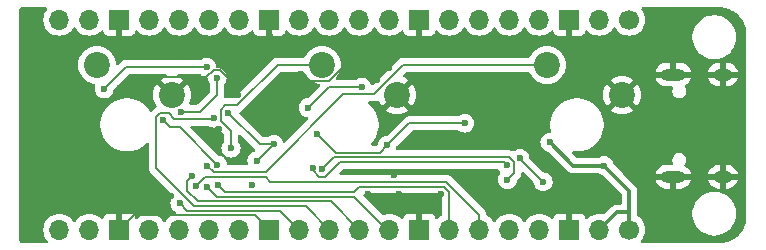
<source format=gbr>
%TF.GenerationSoftware,KiCad,Pcbnew,8.0.4*%
%TF.CreationDate,2025-01-26T22:49:23-05:00*%
%TF.ProjectId,catkeeb_devboard,6361746b-6565-4625-9f64-6576626f6172,rev?*%
%TF.SameCoordinates,Original*%
%TF.FileFunction,Copper,L2,Bot*%
%TF.FilePolarity,Positive*%
%FSLAX46Y46*%
G04 Gerber Fmt 4.6, Leading zero omitted, Abs format (unit mm)*
G04 Created by KiCad (PCBNEW 8.0.4) date 2025-01-26 22:49:23*
%MOMM*%
%LPD*%
G01*
G04 APERTURE LIST*
%TA.AperFunction,ComponentPad*%
%ADD10C,1.700000*%
%TD*%
%TA.AperFunction,ComponentPad*%
%ADD11O,1.700000X1.700000*%
%TD*%
%TA.AperFunction,ComponentPad*%
%ADD12R,1.700000X1.700000*%
%TD*%
%TA.AperFunction,ComponentPad*%
%ADD13O,2.100000X1.000000*%
%TD*%
%TA.AperFunction,ComponentPad*%
%ADD14O,1.600000X1.000000*%
%TD*%
%TA.AperFunction,ComponentPad*%
%ADD15C,2.200000*%
%TD*%
%TA.AperFunction,ViaPad*%
%ADD16C,0.600000*%
%TD*%
%TA.AperFunction,Conductor*%
%ADD17C,0.200000*%
%TD*%
%TA.AperFunction,Conductor*%
%ADD18C,0.300000*%
%TD*%
G04 APERTURE END LIST*
D10*
%TO.P,J6,1,Pin_1*%
%TO.N,+5V*%
X89360000Y-63960000D03*
D11*
%TO.P,J6,2,Pin_2*%
X86820000Y-63960000D03*
D12*
%TO.P,J6,3,Pin_3*%
%TO.N,GND*%
X84280000Y-63960000D03*
D11*
%TO.P,J6,4,Pin_4*%
%TO.N,+3V3*%
X81740000Y-63960000D03*
%TO.P,J6,5,Pin_5*%
X79200000Y-63960000D03*
%TO.P,J6,6,Pin_6*%
%TO.N,GPIO26_ADC3*%
X76660000Y-63960000D03*
%TO.P,J6,7,Pin_7*%
%TO.N,GPIO26_ADC2*%
X74120000Y-63960000D03*
D12*
%TO.P,J6,8,Pin_8*%
%TO.N,GND*%
X71580000Y-63960000D03*
D11*
%TO.P,J6,9,Pin_9*%
%TO.N,GPIO26_ADC1*%
X69040000Y-63960000D03*
%TO.P,J6,10,Pin_10*%
%TO.N,GPIO26_ADC0*%
X66500000Y-63960000D03*
%TO.P,J6,11,Pin_11*%
%TO.N,RUN*%
X63960000Y-63960000D03*
%TO.P,J6,12,Pin_12*%
%TO.N,GPIO22*%
X61420000Y-63960000D03*
D12*
%TO.P,J6,13,Pin_13*%
%TO.N,GND*%
X58880000Y-63960000D03*
D11*
%TO.P,J6,14,Pin_14*%
%TO.N,GPIO21*%
X56340000Y-63960000D03*
%TO.P,J6,15,Pin_15*%
%TO.N,GPIO20*%
X53800000Y-63960000D03*
%TO.P,J6,16,Pin_16*%
%TO.N,GPIO19*%
X51260000Y-63960000D03*
%TO.P,J6,17,Pin_17*%
%TO.N,GPIO18*%
X48720000Y-63960000D03*
D12*
%TO.P,J6,18,Pin_18*%
%TO.N,GND*%
X46180000Y-63960000D03*
D11*
%TO.P,J6,19,Pin_19*%
%TO.N,GPIO17*%
X43640000Y-63960000D03*
%TO.P,J6,20,Pin_20*%
%TO.N,GPIO16*%
X41100000Y-63960000D03*
%TD*%
%TO.P,J2,20,Pin_20*%
%TO.N,GPIO15*%
X41100000Y-46180000D03*
%TO.P,J2,19,Pin_19*%
%TO.N,GPIO14*%
X43640000Y-46180000D03*
D12*
%TO.P,J2,18,Pin_18*%
%TO.N,GND*%
X46180000Y-46180000D03*
D11*
%TO.P,J2,17,Pin_17*%
%TO.N,GPIO13*%
X48720000Y-46180000D03*
%TO.P,J2,16,Pin_16*%
%TO.N,GPIO12*%
X51260000Y-46180000D03*
%TO.P,J2,15,Pin_15*%
%TO.N,GPIO11*%
X53800000Y-46180000D03*
%TO.P,J2,14,Pin_14*%
%TO.N,GPIO10*%
X56340000Y-46180000D03*
D12*
%TO.P,J2,13,Pin_13*%
%TO.N,GND*%
X58880000Y-46180000D03*
D11*
%TO.P,J2,12,Pin_12*%
%TO.N,GPIO9*%
X61420000Y-46180000D03*
%TO.P,J2,11,Pin_11*%
%TO.N,GPIO8*%
X63960000Y-46180000D03*
%TO.P,J2,10,Pin_10*%
%TO.N,GPIO7*%
X66500000Y-46180000D03*
%TO.P,J2,9,Pin_9*%
%TO.N,GPIO6*%
X69040000Y-46180000D03*
D12*
%TO.P,J2,8,Pin_8*%
%TO.N,GND*%
X71580000Y-46180000D03*
D11*
%TO.P,J2,7,Pin_7*%
%TO.N,GPIO5*%
X74120000Y-46180000D03*
%TO.P,J2,6,Pin_6*%
%TO.N,GPIO4*%
X76660000Y-46180000D03*
%TO.P,J2,5,Pin_5*%
%TO.N,GPIO3*%
X79200000Y-46180000D03*
%TO.P,J2,4,Pin_4*%
%TO.N,GPIO2*%
X81740000Y-46180000D03*
D12*
%TO.P,J2,3,Pin_3*%
%TO.N,GND*%
X84280000Y-46180000D03*
D11*
%TO.P,J2,2,Pin_2*%
%TO.N,GPIO1*%
X86820000Y-46180000D03*
D10*
%TO.P,J2,1,Pin_1*%
%TO.N,GPIO0*%
X89360000Y-46180000D03*
%TD*%
D13*
%TO.P,J1,S1,SHIELD*%
%TO.N,GND*%
X93090000Y-59470000D03*
D14*
X97270000Y-59470000D03*
D13*
X93090000Y-50830000D03*
D14*
X97270000Y-50830000D03*
%TD*%
D15*
%TO.P,MX2,1,COL*%
%TO.N,GPIO24*%
X63341250Y-50000000D03*
%TO.P,MX2,2,ROW*%
%TO.N,GND*%
X69691250Y-52540000D03*
%TD*%
%TO.P,MX3,1,COL*%
%TO.N,GPIO25*%
X44291250Y-50000000D03*
%TO.P,MX3,2,ROW*%
%TO.N,GND*%
X50641250Y-52540000D03*
%TD*%
%TO.P,MX1,1,COL*%
%TO.N,GPIO23*%
X82391250Y-50000000D03*
%TO.P,MX1,2,ROW*%
%TO.N,GND*%
X88741250Y-52540000D03*
%TD*%
D16*
%TO.N,GND*%
X95300000Y-50850000D03*
X95250000Y-59400000D03*
X58900000Y-47600000D03*
X69000000Y-50250000D03*
X68000000Y-51250000D03*
X90500000Y-62000000D03*
X68500000Y-55500000D03*
%TO.N,GPIO26_ADC3*%
X52710000Y-60260000D03*
%TO.N,GPIO22*%
X51310000Y-61720000D03*
%TO.N,GND*%
X90500000Y-49000000D03*
X88500000Y-49000000D03*
X86500000Y-49000000D03*
X84500000Y-49000000D03*
X75000000Y-53000000D03*
X81000000Y-53000000D03*
X79000000Y-53000000D03*
X77000000Y-53000000D03*
X72000000Y-52500000D03*
X68500000Y-54000000D03*
X71000000Y-54000000D03*
X71000000Y-51000000D03*
X81000000Y-51500000D03*
X79000000Y-51500000D03*
X77000000Y-51500000D03*
X75000000Y-51500000D03*
X87500000Y-54500000D03*
X86500000Y-52500000D03*
X84500000Y-52500000D03*
X87000000Y-62000000D03*
X85000000Y-62000000D03*
X45000000Y-59000000D03*
X49000000Y-48000000D03*
X47000000Y-48000000D03*
X48580000Y-51970000D03*
X50562108Y-61117892D03*
X65240000Y-48830000D03*
X61590000Y-50760000D03*
%TO.N,+1V1*%
X57828453Y-58108453D03*
%TO.N,GND*%
X46220000Y-52000000D03*
X58010000Y-52970000D03*
%TO.N,XIN*%
X54460000Y-51090000D03*
%TO.N,GND*%
X56190000Y-52550000D03*
%TO.N,RUN*%
X54188575Y-54518600D03*
%TO.N,GPIO25*%
X49881570Y-54700000D03*
%TO.N,GND*%
X45870000Y-57810000D03*
X49380000Y-51070000D03*
%TO.N,GPIO25*%
X54490064Y-58476991D03*
%TO.N,GPIO24*%
X55635735Y-57044265D03*
%TO.N,+1V1*%
X55390763Y-54040760D03*
X59253360Y-56730000D03*
%TO.N,+3V3*%
X62950000Y-55840000D03*
X68850000Y-56820000D03*
X75420000Y-54940000D03*
X80106970Y-57925285D03*
X82062108Y-59902108D03*
%TO.N,XIN*%
X51410000Y-53960000D03*
%TO.N,XOUT*%
X44890000Y-52040000D03*
X53569997Y-50200003D03*
%TO.N,QSPI_SCLK*%
X79040000Y-59710000D03*
X63350000Y-58860000D03*
%TO.N,GPIO26_ADC0*%
X52345600Y-59425600D03*
%TO.N,GPIO26_ADC1*%
X53642288Y-60347243D03*
%TO.N,GPIO23*%
X53640449Y-58533524D03*
%TO.N,QSPI_SD3*%
X79010000Y-58510000D03*
X62540000Y-58750000D03*
%TO.N,GPIO26_ADC2*%
X54510735Y-60150735D03*
%TO.N,GPIO0*%
X62180000Y-53620000D03*
X66699265Y-51879265D03*
%TO.N,+5V*%
X87220000Y-58526714D03*
X82641753Y-56558247D03*
%TO.N,GND*%
X70820000Y-56800000D03*
X61620000Y-48150000D03*
X69450982Y-59289018D03*
X73447498Y-60930000D03*
X69830000Y-60920000D03*
X54610000Y-55440000D03*
X89680000Y-59510000D03*
X67230000Y-60920000D03*
X57390002Y-60150000D03*
X89520000Y-58000000D03*
%TD*%
D17*
%TO.N,+3V3*%
X80106970Y-57946970D02*
X80106970Y-57925285D01*
X82062108Y-59902108D02*
X80106970Y-57946970D01*
D18*
%TO.N,+5V*%
X82658247Y-56558247D02*
X84626714Y-58526714D01*
X82641753Y-56558247D02*
X82658247Y-56558247D01*
X84626714Y-58526714D02*
X87220000Y-58526714D01*
D17*
%TO.N,GND*%
X56190000Y-52550000D02*
X56190000Y-51971471D01*
X54668529Y-50450000D02*
X54168529Y-50450000D01*
X56190000Y-51971471D02*
X54668529Y-50450000D01*
X54168529Y-50450000D02*
X53548529Y-51070000D01*
X53548529Y-51070000D02*
X49380000Y-51070000D01*
%TO.N,GPIO26_ADC3*%
X58560000Y-59500000D02*
X58950000Y-59890000D01*
X58950000Y-59890000D02*
X73840000Y-59890000D01*
X76660000Y-62710000D02*
X76660000Y-63960000D01*
X53470000Y-59500000D02*
X58560000Y-59500000D01*
X73840000Y-59890000D02*
X76660000Y-62710000D01*
X52710000Y-60260000D02*
X53470000Y-59500000D01*
%TO.N,GPIO23*%
X53640449Y-58533524D02*
X54183916Y-59076991D01*
X65158583Y-52479265D02*
X67740735Y-52479265D01*
X58560857Y-59076991D02*
X65158583Y-52479265D01*
X67740735Y-52479265D02*
X70220000Y-50000000D01*
X54183916Y-59076991D02*
X58560857Y-59076991D01*
X70220000Y-50000000D02*
X82391250Y-50000000D01*
%TO.N,GPIO26_ADC2*%
X54510735Y-60150735D02*
X55110000Y-60750000D01*
X55110000Y-60750000D02*
X66020000Y-60750000D01*
X66020000Y-60750000D02*
X66450000Y-60320000D01*
X66450000Y-60320000D02*
X73656395Y-60320000D01*
%TO.N,GPIO26_ADC1*%
X69040000Y-63960000D02*
X68855785Y-63960000D01*
X68855785Y-63960000D02*
X66045785Y-61150000D01*
X66045785Y-61150000D02*
X54445045Y-61150000D01*
X54445045Y-61150000D02*
X53642288Y-60347243D01*
%TO.N,GPIO26_ADC0*%
X52345600Y-59425600D02*
X51940000Y-59831200D01*
X51940000Y-59831200D02*
X51940000Y-60660000D01*
X51940000Y-60660000D02*
X52830000Y-61550000D01*
X52830000Y-61550000D02*
X64090000Y-61550000D01*
X64090000Y-61550000D02*
X66500000Y-63960000D01*
%TO.N,RUN*%
X54188575Y-54518600D02*
X54147175Y-54560000D01*
X50350000Y-54100000D02*
X49633039Y-54100000D01*
X49633039Y-54100000D02*
X49281570Y-54451469D01*
X54147175Y-54560000D02*
X50810000Y-54560000D01*
X50810000Y-54560000D02*
X50350000Y-54100000D01*
X61950000Y-61950000D02*
X63960000Y-63960000D01*
X49281570Y-54451469D02*
X49281570Y-58751570D01*
X49281570Y-58751570D02*
X52480000Y-61950000D01*
X52480000Y-61950000D02*
X61950000Y-61950000D01*
%TO.N,GPIO22*%
X61420000Y-63960000D02*
X59810000Y-62350000D01*
X59810000Y-62350000D02*
X51940000Y-62350000D01*
X51940000Y-62350000D02*
X51310000Y-61720000D01*
D18*
%TO.N,+5V*%
X89360000Y-62500000D02*
X89360000Y-63960000D01*
X89360000Y-60666714D02*
X89360000Y-62500000D01*
X89360000Y-62500000D02*
X88280000Y-62500000D01*
X88280000Y-62500000D02*
X86820000Y-63960000D01*
D17*
%TO.N,GND*%
X47390000Y-62750000D02*
X47050000Y-63090000D01*
X47050000Y-63090000D02*
X46180000Y-63960000D01*
X49022108Y-61117892D02*
X47050000Y-63090000D01*
X50562108Y-61117892D02*
X49022108Y-61117892D01*
X61590000Y-50760000D02*
X62230000Y-51400000D01*
X62230000Y-51400000D02*
X63921149Y-51400000D01*
X65240000Y-50081149D02*
X65240000Y-48830000D01*
X63921149Y-51400000D02*
X65240000Y-50081149D01*
X69830000Y-60920000D02*
X69840000Y-60930000D01*
X69840000Y-60930000D02*
X73447498Y-60930000D01*
%TO.N,GPIO26_ADC2*%
X74350000Y-63730000D02*
X74120000Y-63960000D01*
X73656395Y-60320000D02*
X73666395Y-60330000D01*
X73666395Y-60330000D02*
X73198969Y-60330000D01*
%TO.N,GPIO24*%
X54790761Y-53792231D02*
X54790761Y-54772232D01*
X59588529Y-50000000D02*
X56147769Y-53440760D01*
X56147769Y-53440760D02*
X55142232Y-53440760D01*
X63341250Y-50000000D02*
X59588529Y-50000000D01*
X54790761Y-54772232D02*
X55635735Y-55617206D01*
X55142232Y-53440760D02*
X54790761Y-53792231D01*
X55635735Y-55617206D02*
X55635735Y-57044265D01*
%TO.N,+1V1*%
X55390763Y-54040763D02*
X58080000Y-56730000D01*
X55390763Y-54040760D02*
X55390763Y-54040763D01*
X58080000Y-56730000D02*
X59253360Y-56730000D01*
X57828453Y-58108453D02*
X57874907Y-58108453D01*
X57874907Y-58108453D02*
X59253360Y-56730000D01*
%TO.N,GND*%
X46220000Y-52000000D02*
X47150000Y-51070000D01*
X47150000Y-51070000D02*
X49380000Y-51070000D01*
X69830000Y-60920000D02*
X71580000Y-62670000D01*
X71580000Y-62670000D02*
X71580000Y-63960000D01*
X69830000Y-60920000D02*
X67230000Y-60920000D01*
%TO.N,XIN*%
X54460000Y-51090000D02*
X54460000Y-52540000D01*
X54460000Y-52540000D02*
X53040000Y-53960000D01*
X53040000Y-53960000D02*
X51410000Y-53960000D01*
%TO.N,GPIO25*%
X49881570Y-54700000D02*
X50462820Y-55281250D01*
X51294323Y-55281250D02*
X54490064Y-58476991D01*
X50462820Y-55281250D02*
X51294323Y-55281250D01*
%TO.N,XOUT*%
X44890000Y-52040000D02*
X46750000Y-50180000D01*
X46750000Y-50180000D02*
X53549994Y-50180000D01*
X53549994Y-50180000D02*
X53569997Y-50200003D01*
%TO.N,GND*%
X58880000Y-63960000D02*
X57670000Y-62750000D01*
X57670000Y-62750000D02*
X47390000Y-62750000D01*
%TO.N,GPIO0*%
X66699265Y-51879265D02*
X63920735Y-51879265D01*
X63920735Y-51879265D02*
X62180000Y-53620000D01*
%TO.N,GPIO25*%
X45074652Y-50000000D02*
X44291250Y-50000000D01*
%TO.N,+3V3*%
X68850000Y-56820000D02*
X68240000Y-57430000D01*
X68850000Y-56820000D02*
X70730000Y-54940000D01*
X64540000Y-57430000D02*
X62950000Y-55840000D01*
X68240000Y-57430000D02*
X64540000Y-57430000D01*
X70730000Y-54940000D02*
X75420000Y-54940000D01*
%TO.N,QSPI_SCLK*%
X64380000Y-57830000D02*
X63350000Y-58860000D01*
X79610000Y-59140000D02*
X79610000Y-58261471D01*
X79610000Y-58261471D02*
X79178529Y-57830000D01*
X79040000Y-59710000D02*
X79610000Y-59140000D01*
X79178529Y-57830000D02*
X64380000Y-57830000D01*
%TO.N,QSPI_SD3*%
X63101471Y-59460000D02*
X63598529Y-59460000D01*
X64828529Y-58230000D02*
X78730000Y-58230000D01*
X63598529Y-59460000D02*
X64828529Y-58230000D01*
X78730000Y-58230000D02*
X79010000Y-58510000D01*
X62580736Y-58939265D02*
X63101471Y-59460000D01*
D18*
%TO.N,+5V*%
X87220000Y-58526714D02*
X89360000Y-60666714D01*
D17*
%TO.N,GND*%
X89520000Y-59350000D02*
X89680000Y-59510000D01*
X89520000Y-58000000D02*
X89520000Y-59350000D01*
%TO.N,GPIO26_ADC2*%
X73656395Y-60320000D02*
X73686027Y-60320000D01*
X73686027Y-60320000D02*
X74120000Y-60753973D01*
X74120000Y-60753973D02*
X74120000Y-63960000D01*
%TD*%
%TA.AperFunction,Conductor*%
%TO.N,GND*%
G36*
X40016872Y-45147581D02*
G01*
X40062627Y-45200385D01*
X40072571Y-45269543D01*
X40051408Y-45323019D01*
X39925965Y-45502169D01*
X39925964Y-45502171D01*
X39826098Y-45716335D01*
X39826094Y-45716344D01*
X39764938Y-45944586D01*
X39764936Y-45944596D01*
X39744341Y-46179999D01*
X39744341Y-46180000D01*
X39764936Y-46415403D01*
X39764938Y-46415413D01*
X39826094Y-46643655D01*
X39826096Y-46643659D01*
X39826097Y-46643663D01*
X39906004Y-46815023D01*
X39925965Y-46857830D01*
X39925967Y-46857834D01*
X39992786Y-46953260D01*
X40061505Y-47051401D01*
X40228599Y-47218495D01*
X40262542Y-47242262D01*
X40422165Y-47354032D01*
X40422167Y-47354033D01*
X40422170Y-47354035D01*
X40636337Y-47453903D01*
X40864592Y-47515063D01*
X41035319Y-47530000D01*
X41099999Y-47535659D01*
X41100000Y-47535659D01*
X41100001Y-47535659D01*
X41164681Y-47530000D01*
X41335408Y-47515063D01*
X41563663Y-47453903D01*
X41777830Y-47354035D01*
X41971401Y-47218495D01*
X42138495Y-47051401D01*
X42268425Y-46865842D01*
X42323002Y-46822217D01*
X42392500Y-46815023D01*
X42454855Y-46846546D01*
X42471575Y-46865842D01*
X42601500Y-47051395D01*
X42601505Y-47051401D01*
X42768599Y-47218495D01*
X42802542Y-47242262D01*
X42962165Y-47354032D01*
X42962167Y-47354033D01*
X42962170Y-47354035D01*
X43176337Y-47453903D01*
X43404592Y-47515063D01*
X43575319Y-47530000D01*
X43639999Y-47535659D01*
X43640000Y-47535659D01*
X43640001Y-47535659D01*
X43704681Y-47530000D01*
X43875408Y-47515063D01*
X44103663Y-47453903D01*
X44317830Y-47354035D01*
X44511401Y-47218495D01*
X44633717Y-47096178D01*
X44695036Y-47062696D01*
X44764728Y-47067680D01*
X44820662Y-47109551D01*
X44837577Y-47140528D01*
X44886646Y-47272088D01*
X44886649Y-47272093D01*
X44972809Y-47387187D01*
X44972812Y-47387190D01*
X45087906Y-47473350D01*
X45087913Y-47473354D01*
X45222620Y-47523596D01*
X45222627Y-47523598D01*
X45282155Y-47529999D01*
X45282172Y-47530000D01*
X45930000Y-47530000D01*
X45930000Y-46613012D01*
X45987007Y-46645925D01*
X46114174Y-46680000D01*
X46245826Y-46680000D01*
X46372993Y-46645925D01*
X46430000Y-46613012D01*
X46430000Y-47530000D01*
X47077828Y-47530000D01*
X47077844Y-47529999D01*
X47137372Y-47523598D01*
X47137379Y-47523596D01*
X47272086Y-47473354D01*
X47272093Y-47473350D01*
X47387187Y-47387190D01*
X47387190Y-47387187D01*
X47473350Y-47272093D01*
X47473354Y-47272086D01*
X47522422Y-47140529D01*
X47564293Y-47084595D01*
X47629757Y-47060178D01*
X47698030Y-47075030D01*
X47726285Y-47096181D01*
X47848599Y-47218495D01*
X47882542Y-47242262D01*
X48042165Y-47354032D01*
X48042167Y-47354033D01*
X48042170Y-47354035D01*
X48256337Y-47453903D01*
X48484592Y-47515063D01*
X48655319Y-47530000D01*
X48719999Y-47535659D01*
X48720000Y-47535659D01*
X48720001Y-47535659D01*
X48784681Y-47530000D01*
X48955408Y-47515063D01*
X49183663Y-47453903D01*
X49397830Y-47354035D01*
X49591401Y-47218495D01*
X49758495Y-47051401D01*
X49888425Y-46865842D01*
X49943002Y-46822217D01*
X50012500Y-46815023D01*
X50074855Y-46846546D01*
X50091575Y-46865842D01*
X50221500Y-47051395D01*
X50221505Y-47051401D01*
X50388599Y-47218495D01*
X50422542Y-47242262D01*
X50582165Y-47354032D01*
X50582167Y-47354033D01*
X50582170Y-47354035D01*
X50796337Y-47453903D01*
X51024592Y-47515063D01*
X51195319Y-47530000D01*
X51259999Y-47535659D01*
X51260000Y-47535659D01*
X51260001Y-47535659D01*
X51324681Y-47530000D01*
X51495408Y-47515063D01*
X51723663Y-47453903D01*
X51937830Y-47354035D01*
X52131401Y-47218495D01*
X52298495Y-47051401D01*
X52428425Y-46865842D01*
X52483002Y-46822217D01*
X52552500Y-46815023D01*
X52614855Y-46846546D01*
X52631575Y-46865842D01*
X52761500Y-47051395D01*
X52761505Y-47051401D01*
X52928599Y-47218495D01*
X52962542Y-47242262D01*
X53122165Y-47354032D01*
X53122167Y-47354033D01*
X53122170Y-47354035D01*
X53336337Y-47453903D01*
X53564592Y-47515063D01*
X53735319Y-47530000D01*
X53799999Y-47535659D01*
X53800000Y-47535659D01*
X53800001Y-47535659D01*
X53864681Y-47530000D01*
X54035408Y-47515063D01*
X54263663Y-47453903D01*
X54477830Y-47354035D01*
X54671401Y-47218495D01*
X54838495Y-47051401D01*
X54968425Y-46865842D01*
X55023002Y-46822217D01*
X55092500Y-46815023D01*
X55154855Y-46846546D01*
X55171575Y-46865842D01*
X55301500Y-47051395D01*
X55301505Y-47051401D01*
X55468599Y-47218495D01*
X55502542Y-47242262D01*
X55662165Y-47354032D01*
X55662167Y-47354033D01*
X55662170Y-47354035D01*
X55876337Y-47453903D01*
X56104592Y-47515063D01*
X56275319Y-47530000D01*
X56339999Y-47535659D01*
X56340000Y-47535659D01*
X56340001Y-47535659D01*
X56404681Y-47530000D01*
X56575408Y-47515063D01*
X56803663Y-47453903D01*
X57017830Y-47354035D01*
X57211401Y-47218495D01*
X57333717Y-47096178D01*
X57395036Y-47062696D01*
X57464728Y-47067680D01*
X57520662Y-47109551D01*
X57537577Y-47140528D01*
X57586646Y-47272088D01*
X57586649Y-47272093D01*
X57672809Y-47387187D01*
X57672812Y-47387190D01*
X57787906Y-47473350D01*
X57787913Y-47473354D01*
X57922620Y-47523596D01*
X57922627Y-47523598D01*
X57982155Y-47529999D01*
X57982172Y-47530000D01*
X58630000Y-47530000D01*
X58630000Y-46613012D01*
X58687007Y-46645925D01*
X58814174Y-46680000D01*
X58945826Y-46680000D01*
X59072993Y-46645925D01*
X59130000Y-46613012D01*
X59130000Y-47530000D01*
X59777828Y-47530000D01*
X59777844Y-47529999D01*
X59837372Y-47523598D01*
X59837379Y-47523596D01*
X59972086Y-47473354D01*
X59972093Y-47473350D01*
X60087187Y-47387190D01*
X60087190Y-47387187D01*
X60173350Y-47272093D01*
X60173354Y-47272086D01*
X60222422Y-47140529D01*
X60264293Y-47084595D01*
X60329757Y-47060178D01*
X60398030Y-47075030D01*
X60426285Y-47096181D01*
X60548599Y-47218495D01*
X60582542Y-47242262D01*
X60742165Y-47354032D01*
X60742167Y-47354033D01*
X60742170Y-47354035D01*
X60956337Y-47453903D01*
X61184592Y-47515063D01*
X61355319Y-47530000D01*
X61419999Y-47535659D01*
X61420000Y-47535659D01*
X61420001Y-47535659D01*
X61484681Y-47530000D01*
X61655408Y-47515063D01*
X61883663Y-47453903D01*
X62097830Y-47354035D01*
X62291401Y-47218495D01*
X62458495Y-47051401D01*
X62588425Y-46865842D01*
X62643002Y-46822217D01*
X62712500Y-46815023D01*
X62774855Y-46846546D01*
X62791575Y-46865842D01*
X62921500Y-47051395D01*
X62921505Y-47051401D01*
X63088599Y-47218495D01*
X63122542Y-47242262D01*
X63282165Y-47354032D01*
X63282167Y-47354033D01*
X63282170Y-47354035D01*
X63496337Y-47453903D01*
X63724592Y-47515063D01*
X63895319Y-47530000D01*
X63959999Y-47535659D01*
X63960000Y-47535659D01*
X63960001Y-47535659D01*
X64024681Y-47530000D01*
X64195408Y-47515063D01*
X64423663Y-47453903D01*
X64637830Y-47354035D01*
X64831401Y-47218495D01*
X64998495Y-47051401D01*
X65128425Y-46865842D01*
X65183002Y-46822217D01*
X65252500Y-46815023D01*
X65314855Y-46846546D01*
X65331575Y-46865842D01*
X65461500Y-47051395D01*
X65461505Y-47051401D01*
X65628599Y-47218495D01*
X65662542Y-47242262D01*
X65822165Y-47354032D01*
X65822167Y-47354033D01*
X65822170Y-47354035D01*
X66036337Y-47453903D01*
X66264592Y-47515063D01*
X66435319Y-47530000D01*
X66499999Y-47535659D01*
X66500000Y-47535659D01*
X66500001Y-47535659D01*
X66564681Y-47530000D01*
X66735408Y-47515063D01*
X66963663Y-47453903D01*
X67177830Y-47354035D01*
X67371401Y-47218495D01*
X67538495Y-47051401D01*
X67668425Y-46865842D01*
X67723002Y-46822217D01*
X67792500Y-46815023D01*
X67854855Y-46846546D01*
X67871575Y-46865842D01*
X68001500Y-47051395D01*
X68001505Y-47051401D01*
X68168599Y-47218495D01*
X68202542Y-47242262D01*
X68362165Y-47354032D01*
X68362167Y-47354033D01*
X68362170Y-47354035D01*
X68576337Y-47453903D01*
X68804592Y-47515063D01*
X68975319Y-47530000D01*
X69039999Y-47535659D01*
X69040000Y-47535659D01*
X69040001Y-47535659D01*
X69104681Y-47530000D01*
X69275408Y-47515063D01*
X69503663Y-47453903D01*
X69717830Y-47354035D01*
X69911401Y-47218495D01*
X70033717Y-47096178D01*
X70095036Y-47062696D01*
X70164728Y-47067680D01*
X70220662Y-47109551D01*
X70237577Y-47140528D01*
X70286646Y-47272088D01*
X70286649Y-47272093D01*
X70372809Y-47387187D01*
X70372812Y-47387190D01*
X70487906Y-47473350D01*
X70487913Y-47473354D01*
X70622620Y-47523596D01*
X70622627Y-47523598D01*
X70682155Y-47529999D01*
X70682172Y-47530000D01*
X71330000Y-47530000D01*
X71330000Y-46613012D01*
X71387007Y-46645925D01*
X71514174Y-46680000D01*
X71645826Y-46680000D01*
X71772993Y-46645925D01*
X71830000Y-46613012D01*
X71830000Y-47530000D01*
X72477828Y-47530000D01*
X72477844Y-47529999D01*
X72537372Y-47523598D01*
X72537379Y-47523596D01*
X72672086Y-47473354D01*
X72672093Y-47473350D01*
X72787187Y-47387190D01*
X72787190Y-47387187D01*
X72873350Y-47272093D01*
X72873354Y-47272086D01*
X72922422Y-47140529D01*
X72964293Y-47084595D01*
X73029757Y-47060178D01*
X73098030Y-47075030D01*
X73126285Y-47096181D01*
X73248599Y-47218495D01*
X73282542Y-47242262D01*
X73442165Y-47354032D01*
X73442167Y-47354033D01*
X73442170Y-47354035D01*
X73656337Y-47453903D01*
X73884592Y-47515063D01*
X74055319Y-47530000D01*
X74119999Y-47535659D01*
X74120000Y-47535659D01*
X74120001Y-47535659D01*
X74184681Y-47530000D01*
X74355408Y-47515063D01*
X74583663Y-47453903D01*
X74797830Y-47354035D01*
X74991401Y-47218495D01*
X75158495Y-47051401D01*
X75288425Y-46865842D01*
X75343002Y-46822217D01*
X75412500Y-46815023D01*
X75474855Y-46846546D01*
X75491575Y-46865842D01*
X75621500Y-47051395D01*
X75621505Y-47051401D01*
X75788599Y-47218495D01*
X75822542Y-47242262D01*
X75982165Y-47354032D01*
X75982167Y-47354033D01*
X75982170Y-47354035D01*
X76196337Y-47453903D01*
X76424592Y-47515063D01*
X76595319Y-47530000D01*
X76659999Y-47535659D01*
X76660000Y-47535659D01*
X76660001Y-47535659D01*
X76724681Y-47530000D01*
X76895408Y-47515063D01*
X77123663Y-47453903D01*
X77337830Y-47354035D01*
X77531401Y-47218495D01*
X77698495Y-47051401D01*
X77828425Y-46865842D01*
X77883002Y-46822217D01*
X77952500Y-46815023D01*
X78014855Y-46846546D01*
X78031575Y-46865842D01*
X78161500Y-47051395D01*
X78161505Y-47051401D01*
X78328599Y-47218495D01*
X78362542Y-47242262D01*
X78522165Y-47354032D01*
X78522167Y-47354033D01*
X78522170Y-47354035D01*
X78736337Y-47453903D01*
X78964592Y-47515063D01*
X79135319Y-47530000D01*
X79199999Y-47535659D01*
X79200000Y-47535659D01*
X79200001Y-47535659D01*
X79264681Y-47530000D01*
X79435408Y-47515063D01*
X79663663Y-47453903D01*
X79877830Y-47354035D01*
X80071401Y-47218495D01*
X80238495Y-47051401D01*
X80368425Y-46865842D01*
X80423002Y-46822217D01*
X80492500Y-46815023D01*
X80554855Y-46846546D01*
X80571575Y-46865842D01*
X80701500Y-47051395D01*
X80701505Y-47051401D01*
X80868599Y-47218495D01*
X80902542Y-47242262D01*
X81062165Y-47354032D01*
X81062167Y-47354033D01*
X81062170Y-47354035D01*
X81276337Y-47453903D01*
X81504592Y-47515063D01*
X81675319Y-47530000D01*
X81739999Y-47535659D01*
X81740000Y-47535659D01*
X81740001Y-47535659D01*
X81804681Y-47530000D01*
X81975408Y-47515063D01*
X82203663Y-47453903D01*
X82417830Y-47354035D01*
X82611401Y-47218495D01*
X82733717Y-47096178D01*
X82795036Y-47062696D01*
X82864728Y-47067680D01*
X82920662Y-47109551D01*
X82937577Y-47140528D01*
X82986646Y-47272088D01*
X82986649Y-47272093D01*
X83072809Y-47387187D01*
X83072812Y-47387190D01*
X83187906Y-47473350D01*
X83187913Y-47473354D01*
X83322620Y-47523596D01*
X83322627Y-47523598D01*
X83382155Y-47529999D01*
X83382172Y-47530000D01*
X84030000Y-47530000D01*
X84030000Y-46613012D01*
X84087007Y-46645925D01*
X84214174Y-46680000D01*
X84345826Y-46680000D01*
X84472993Y-46645925D01*
X84530000Y-46613012D01*
X84530000Y-47530000D01*
X85177828Y-47530000D01*
X85177844Y-47529999D01*
X85237372Y-47523598D01*
X85237379Y-47523596D01*
X85372086Y-47473354D01*
X85372093Y-47473350D01*
X85487187Y-47387190D01*
X85487190Y-47387187D01*
X85573350Y-47272093D01*
X85573354Y-47272086D01*
X85622422Y-47140529D01*
X85664293Y-47084595D01*
X85729757Y-47060178D01*
X85798030Y-47075030D01*
X85826285Y-47096181D01*
X85948599Y-47218495D01*
X85982542Y-47242262D01*
X86142165Y-47354032D01*
X86142167Y-47354033D01*
X86142170Y-47354035D01*
X86356337Y-47453903D01*
X86584592Y-47515063D01*
X86755319Y-47530000D01*
X86819999Y-47535659D01*
X86820000Y-47535659D01*
X86820001Y-47535659D01*
X86884681Y-47530000D01*
X87055408Y-47515063D01*
X87283663Y-47453903D01*
X87497830Y-47354035D01*
X87691401Y-47218495D01*
X87858495Y-47051401D01*
X87988425Y-46865842D01*
X88043002Y-46822217D01*
X88112500Y-46815023D01*
X88174855Y-46846546D01*
X88191575Y-46865842D01*
X88321500Y-47051395D01*
X88321505Y-47051401D01*
X88488599Y-47218495D01*
X88522542Y-47242262D01*
X88682165Y-47354032D01*
X88682167Y-47354033D01*
X88682170Y-47354035D01*
X88896337Y-47453903D01*
X89124592Y-47515063D01*
X89295319Y-47530000D01*
X89359999Y-47535659D01*
X89360000Y-47535659D01*
X89360001Y-47535659D01*
X89424681Y-47530000D01*
X89439414Y-47528711D01*
X94699500Y-47528711D01*
X94699500Y-47771288D01*
X94731161Y-48011785D01*
X94793947Y-48246104D01*
X94886773Y-48470205D01*
X94886776Y-48470212D01*
X95008064Y-48680289D01*
X95008066Y-48680292D01*
X95008067Y-48680293D01*
X95155733Y-48872736D01*
X95155739Y-48872743D01*
X95327256Y-49044260D01*
X95327262Y-49044265D01*
X95519711Y-49191936D01*
X95729788Y-49313224D01*
X95953900Y-49406054D01*
X96188211Y-49468838D01*
X96368586Y-49492584D01*
X96428711Y-49500500D01*
X96428712Y-49500500D01*
X96671289Y-49500500D01*
X96719388Y-49494167D01*
X96911789Y-49468838D01*
X97146100Y-49406054D01*
X97370212Y-49313224D01*
X97580289Y-49191936D01*
X97772738Y-49044265D01*
X97944265Y-48872738D01*
X98091936Y-48680289D01*
X98213224Y-48470212D01*
X98306054Y-48246100D01*
X98368838Y-48011789D01*
X98400500Y-47771288D01*
X98400500Y-47528712D01*
X98399826Y-47523596D01*
X98384145Y-47404481D01*
X98368838Y-47288211D01*
X98306054Y-47053900D01*
X98213224Y-46829788D01*
X98091936Y-46619711D01*
X98020992Y-46527255D01*
X97944266Y-46427263D01*
X97944260Y-46427256D01*
X97772743Y-46255739D01*
X97772736Y-46255733D01*
X97580293Y-46108067D01*
X97580292Y-46108066D01*
X97580289Y-46108064D01*
X97370612Y-45987007D01*
X97370214Y-45986777D01*
X97370205Y-45986773D01*
X97146104Y-45893947D01*
X96911785Y-45831161D01*
X96671289Y-45799500D01*
X96671288Y-45799500D01*
X96428712Y-45799500D01*
X96428711Y-45799500D01*
X96188214Y-45831161D01*
X95953895Y-45893947D01*
X95729794Y-45986773D01*
X95729785Y-45986777D01*
X95519706Y-46108067D01*
X95327263Y-46255733D01*
X95327256Y-46255739D01*
X95155739Y-46427256D01*
X95155733Y-46427263D01*
X95008067Y-46619706D01*
X94886777Y-46829785D01*
X94886773Y-46829794D01*
X94793947Y-47053895D01*
X94731161Y-47288214D01*
X94699500Y-47528711D01*
X89439414Y-47528711D01*
X89595408Y-47515063D01*
X89823663Y-47453903D01*
X90037830Y-47354035D01*
X90231401Y-47218495D01*
X90398495Y-47051401D01*
X90534035Y-46857830D01*
X90633903Y-46643663D01*
X90695063Y-46415408D01*
X90715659Y-46180000D01*
X90695063Y-45944592D01*
X90633903Y-45716337D01*
X90534035Y-45502171D01*
X90524117Y-45488007D01*
X90408592Y-45323019D01*
X90386265Y-45256813D01*
X90403275Y-45189046D01*
X90454223Y-45141233D01*
X90510167Y-45127896D01*
X96987356Y-45127896D01*
X96990490Y-45127936D01*
X97110016Y-45130957D01*
X97116246Y-45131273D01*
X97226151Y-45139630D01*
X97232316Y-45140255D01*
X97340444Y-45153996D01*
X97346586Y-45154935D01*
X97452788Y-45173900D01*
X97458865Y-45175144D01*
X97563112Y-45199205D01*
X97569097Y-45200744D01*
X97598643Y-45209134D01*
X97671329Y-45229774D01*
X97677148Y-45231584D01*
X97777249Y-45265454D01*
X97782973Y-45267549D01*
X97880828Y-45306132D01*
X97886389Y-45308484D01*
X97981903Y-45351664D01*
X97987338Y-45354284D01*
X98080337Y-45401916D01*
X98085593Y-45404771D01*
X98175965Y-45456733D01*
X98181079Y-45459840D01*
X98268707Y-45516017D01*
X98273602Y-45519323D01*
X98358338Y-45579580D01*
X98363082Y-45583128D01*
X98444735Y-45647294D01*
X98449304Y-45651065D01*
X98527756Y-45719020D01*
X98532136Y-45723000D01*
X98607248Y-45794613D01*
X98611429Y-45798795D01*
X98683025Y-45873890D01*
X98687003Y-45878266D01*
X98754963Y-45956720D01*
X98758735Y-45961291D01*
X98822895Y-46042936D01*
X98826451Y-46047692D01*
X98886684Y-46132392D01*
X98890005Y-46137307D01*
X98946189Y-46224944D01*
X98949287Y-46230043D01*
X99001255Y-46320424D01*
X99004123Y-46325704D01*
X99051755Y-46418699D01*
X99054379Y-46424146D01*
X99097532Y-46519597D01*
X99099900Y-46525195D01*
X99138485Y-46623054D01*
X99140586Y-46628794D01*
X99174446Y-46728863D01*
X99176272Y-46734735D01*
X99205290Y-46836924D01*
X99206829Y-46842909D01*
X99230894Y-46947172D01*
X99232140Y-46953260D01*
X99251101Y-47059438D01*
X99252043Y-47065605D01*
X99265776Y-47173675D01*
X99266408Y-47179904D01*
X99274763Y-47289770D01*
X99275080Y-47296037D01*
X99278103Y-47415549D01*
X99278143Y-47418685D01*
X99278143Y-62781315D01*
X99278103Y-62784451D01*
X99275080Y-62903961D01*
X99274763Y-62910227D01*
X99266409Y-63020083D01*
X99265777Y-63026312D01*
X99252044Y-63134386D01*
X99251102Y-63140554D01*
X99232137Y-63246751D01*
X99230891Y-63252840D01*
X99206833Y-63357071D01*
X99205294Y-63363056D01*
X99176269Y-63465266D01*
X99174443Y-63471137D01*
X99140586Y-63571197D01*
X99138484Y-63576938D01*
X99099904Y-63674782D01*
X99097538Y-63680379D01*
X99054380Y-63775842D01*
X99051755Y-63781289D01*
X99004123Y-63874284D01*
X99001255Y-63879564D01*
X98949287Y-63969945D01*
X98946179Y-63975060D01*
X98890025Y-64062650D01*
X98886690Y-64067588D01*
X98826452Y-64152296D01*
X98822895Y-64157052D01*
X98758735Y-64238697D01*
X98754964Y-64243266D01*
X98686994Y-64321734D01*
X98683014Y-64326113D01*
X98611432Y-64401192D01*
X98607252Y-64405373D01*
X98532124Y-64477001D01*
X98527745Y-64480980D01*
X98449311Y-64548921D01*
X98444741Y-64552693D01*
X98363092Y-64616856D01*
X98358337Y-64620412D01*
X98273634Y-64680646D01*
X98268696Y-64683981D01*
X98181083Y-64740150D01*
X98175969Y-64743258D01*
X98085592Y-64795224D01*
X98080309Y-64798093D01*
X97987334Y-64845713D01*
X97981890Y-64848336D01*
X97886424Y-64891497D01*
X97880826Y-64893865D01*
X97782968Y-64932450D01*
X97777226Y-64934551D01*
X97677179Y-64968403D01*
X97671310Y-64970229D01*
X97569087Y-64999258D01*
X97563100Y-65000798D01*
X97458873Y-65024854D01*
X97452786Y-65026099D01*
X97346595Y-65045063D01*
X97340428Y-65046005D01*
X97232349Y-65059740D01*
X97226118Y-65060372D01*
X97116265Y-65068725D01*
X97109999Y-65069042D01*
X96998597Y-65071859D01*
X96990488Y-65072065D01*
X96987355Y-65072105D01*
X90457153Y-65072105D01*
X90390114Y-65052420D01*
X90344359Y-64999616D01*
X90334415Y-64930458D01*
X90363440Y-64866902D01*
X90369472Y-64860424D01*
X90382804Y-64847092D01*
X90398495Y-64831401D01*
X90534035Y-64637830D01*
X90633903Y-64423663D01*
X90695063Y-64195408D01*
X90715659Y-63960000D01*
X90695063Y-63724592D01*
X90633903Y-63496337D01*
X90534035Y-63282171D01*
X90528425Y-63274158D01*
X90398494Y-63088597D01*
X90231402Y-62921506D01*
X90231401Y-62921505D01*
X90131839Y-62851791D01*
X90063376Y-62803852D01*
X90019751Y-62749275D01*
X90010500Y-62702277D01*
X90010500Y-62478711D01*
X94699500Y-62478711D01*
X94699500Y-62721288D01*
X94731161Y-62961785D01*
X94793947Y-63196104D01*
X94863101Y-63363056D01*
X94886776Y-63420212D01*
X95008064Y-63630289D01*
X95008066Y-63630292D01*
X95008067Y-63630293D01*
X95155733Y-63822736D01*
X95155739Y-63822743D01*
X95327256Y-63994260D01*
X95327263Y-63994266D01*
X95359170Y-64018749D01*
X95519711Y-64141936D01*
X95729788Y-64263224D01*
X95953900Y-64356054D01*
X96188211Y-64418838D01*
X96368586Y-64442584D01*
X96428711Y-64450500D01*
X96428712Y-64450500D01*
X96671289Y-64450500D01*
X96719388Y-64444167D01*
X96911789Y-64418838D01*
X97146100Y-64356054D01*
X97370212Y-64263224D01*
X97580289Y-64141936D01*
X97772738Y-63994265D01*
X97944265Y-63822738D01*
X98091936Y-63630289D01*
X98213224Y-63420212D01*
X98306054Y-63196100D01*
X98368838Y-62961789D01*
X98400500Y-62721288D01*
X98400500Y-62478712D01*
X98368838Y-62238211D01*
X98306054Y-62003900D01*
X98213224Y-61779788D01*
X98091936Y-61569711D01*
X97944265Y-61377262D01*
X97944260Y-61377256D01*
X97772743Y-61205739D01*
X97772736Y-61205733D01*
X97580293Y-61058067D01*
X97580292Y-61058066D01*
X97580289Y-61058064D01*
X97384860Y-60945233D01*
X97370214Y-60936777D01*
X97370205Y-60936773D01*
X97146104Y-60843947D01*
X96911785Y-60781161D01*
X96671289Y-60749500D01*
X96671288Y-60749500D01*
X96428712Y-60749500D01*
X96428711Y-60749500D01*
X96188214Y-60781161D01*
X95953895Y-60843947D01*
X95729794Y-60936773D01*
X95729785Y-60936777D01*
X95519706Y-61058067D01*
X95327263Y-61205733D01*
X95327256Y-61205739D01*
X95155739Y-61377256D01*
X95155733Y-61377263D01*
X95008067Y-61569706D01*
X94886777Y-61779785D01*
X94886773Y-61779794D01*
X94793947Y-62003895D01*
X94731161Y-62238214D01*
X94699500Y-62478711D01*
X90010500Y-62478711D01*
X90010500Y-60602642D01*
X89985502Y-60476975D01*
X89985501Y-60476974D01*
X89985501Y-60476970D01*
X89936465Y-60358587D01*
X89923923Y-60339816D01*
X89865277Y-60252045D01*
X89865275Y-60252042D01*
X89865272Y-60252039D01*
X88833232Y-59220000D01*
X91570138Y-59220000D01*
X92373012Y-59220000D01*
X92355795Y-59229940D01*
X92299940Y-59285795D01*
X92260444Y-59354204D01*
X92240000Y-59430504D01*
X92240000Y-59509496D01*
X92260444Y-59585796D01*
X92299940Y-59654205D01*
X92355795Y-59710060D01*
X92373012Y-59720000D01*
X91570138Y-59720000D01*
X91578430Y-59761690D01*
X91578430Y-59761692D01*
X91653807Y-59943671D01*
X91653814Y-59943684D01*
X91763248Y-60107462D01*
X91763251Y-60107466D01*
X91902533Y-60246748D01*
X91902537Y-60246751D01*
X92066315Y-60356185D01*
X92066328Y-60356192D01*
X92248306Y-60431569D01*
X92248318Y-60431572D01*
X92441504Y-60469999D01*
X92441508Y-60470000D01*
X92840000Y-60470000D01*
X92840000Y-59770000D01*
X93340000Y-59770000D01*
X93340000Y-60470000D01*
X93738492Y-60470000D01*
X93738495Y-60469999D01*
X93931681Y-60431572D01*
X93931693Y-60431569D01*
X94113671Y-60356192D01*
X94113684Y-60356185D01*
X94277462Y-60246751D01*
X94277466Y-60246748D01*
X94416748Y-60107466D01*
X94416751Y-60107462D01*
X94526185Y-59943684D01*
X94526192Y-59943671D01*
X94601569Y-59761692D01*
X94601569Y-59761690D01*
X94609862Y-59720000D01*
X93806988Y-59720000D01*
X93824205Y-59710060D01*
X93880060Y-59654205D01*
X93919556Y-59585796D01*
X93940000Y-59509496D01*
X93940000Y-59430504D01*
X93919556Y-59354204D01*
X93880060Y-59285795D01*
X93824205Y-59229940D01*
X93806988Y-59220000D01*
X94609862Y-59220000D01*
X96000138Y-59220000D01*
X96803012Y-59220000D01*
X96785795Y-59229940D01*
X96729940Y-59285795D01*
X96690444Y-59354204D01*
X96670000Y-59430504D01*
X96670000Y-59509496D01*
X96690444Y-59585796D01*
X96729940Y-59654205D01*
X96785795Y-59710060D01*
X96803012Y-59720000D01*
X96000138Y-59720000D01*
X96008430Y-59761690D01*
X96008430Y-59761692D01*
X96083807Y-59943671D01*
X96083814Y-59943684D01*
X96193248Y-60107462D01*
X96193251Y-60107466D01*
X96332533Y-60246748D01*
X96332537Y-60246751D01*
X96496315Y-60356185D01*
X96496328Y-60356192D01*
X96678306Y-60431569D01*
X96678318Y-60431572D01*
X96871504Y-60469999D01*
X96871508Y-60470000D01*
X97020000Y-60470000D01*
X97020000Y-59770000D01*
X97520000Y-59770000D01*
X97520000Y-60470000D01*
X97668492Y-60470000D01*
X97668495Y-60469999D01*
X97861681Y-60431572D01*
X97861693Y-60431569D01*
X98043671Y-60356192D01*
X98043684Y-60356185D01*
X98207462Y-60246751D01*
X98207466Y-60246748D01*
X98346748Y-60107466D01*
X98346751Y-60107462D01*
X98456185Y-59943684D01*
X98456192Y-59943671D01*
X98531569Y-59761692D01*
X98531569Y-59761690D01*
X98539862Y-59720000D01*
X97736988Y-59720000D01*
X97754205Y-59710060D01*
X97810060Y-59654205D01*
X97849556Y-59585796D01*
X97870000Y-59509496D01*
X97870000Y-59430504D01*
X97849556Y-59354204D01*
X97810060Y-59285795D01*
X97754205Y-59229940D01*
X97736988Y-59220000D01*
X98539862Y-59220000D01*
X98531569Y-59178309D01*
X98531569Y-59178307D01*
X98456192Y-58996328D01*
X98456185Y-58996315D01*
X98346751Y-58832537D01*
X98346748Y-58832533D01*
X98207466Y-58693251D01*
X98207462Y-58693248D01*
X98043684Y-58583814D01*
X98043671Y-58583807D01*
X97861693Y-58508430D01*
X97861681Y-58508427D01*
X97668495Y-58470000D01*
X97520000Y-58470000D01*
X97520000Y-59170000D01*
X97020000Y-59170000D01*
X97020000Y-58470000D01*
X96871504Y-58470000D01*
X96678318Y-58508427D01*
X96678306Y-58508430D01*
X96496328Y-58583807D01*
X96496315Y-58583814D01*
X96332537Y-58693248D01*
X96332533Y-58693251D01*
X96193251Y-58832533D01*
X96193248Y-58832537D01*
X96083814Y-58996315D01*
X96083807Y-58996328D01*
X96008430Y-59178307D01*
X96008430Y-59178309D01*
X96000138Y-59220000D01*
X94609862Y-59220000D01*
X94601569Y-59178309D01*
X94601569Y-59178307D01*
X94526192Y-58996328D01*
X94526185Y-58996315D01*
X94416751Y-58832537D01*
X94416748Y-58832533D01*
X94277466Y-58693251D01*
X94277462Y-58693248D01*
X94113684Y-58583814D01*
X94113674Y-58583809D01*
X94104157Y-58579867D01*
X94049754Y-58536026D01*
X94027689Y-58469731D01*
X94044969Y-58402032D01*
X94048648Y-58396597D01*
X94050512Y-58393367D01*
X94050515Y-58393365D01*
X94126281Y-58262135D01*
X94165500Y-58115766D01*
X94165500Y-57964234D01*
X94126281Y-57817865D01*
X94050515Y-57686635D01*
X93943365Y-57579485D01*
X93846641Y-57523641D01*
X93812136Y-57503719D01*
X93738950Y-57484109D01*
X93665766Y-57464500D01*
X93514234Y-57464500D01*
X93367863Y-57503719D01*
X93236635Y-57579485D01*
X93236632Y-57579487D01*
X93129487Y-57686632D01*
X93129485Y-57686635D01*
X93053719Y-57817863D01*
X93023888Y-57929198D01*
X93014500Y-57964234D01*
X93014500Y-58115766D01*
X93049861Y-58247738D01*
X93053720Y-58262137D01*
X93053720Y-58262138D01*
X93066342Y-58284000D01*
X93082815Y-58351901D01*
X93059962Y-58417927D01*
X93005041Y-58461118D01*
X92958955Y-58470000D01*
X92441504Y-58470000D01*
X92248318Y-58508427D01*
X92248306Y-58508430D01*
X92066328Y-58583807D01*
X92066315Y-58583814D01*
X91902537Y-58693248D01*
X91902533Y-58693251D01*
X91763251Y-58832533D01*
X91763248Y-58832537D01*
X91653814Y-58996315D01*
X91653807Y-58996328D01*
X91578430Y-59178307D01*
X91578430Y-59178309D01*
X91570138Y-59220000D01*
X88833232Y-59220000D01*
X88041722Y-58428490D01*
X88008237Y-58367167D01*
X88006182Y-58354687D01*
X88005368Y-58347459D01*
X87945789Y-58177192D01*
X87849816Y-58024452D01*
X87722262Y-57896898D01*
X87663030Y-57859680D01*
X87569523Y-57800925D01*
X87399254Y-57741345D01*
X87399249Y-57741344D01*
X87220004Y-57721149D01*
X87219996Y-57721149D01*
X87040750Y-57741344D01*
X87040737Y-57741347D01*
X86870481Y-57800923D01*
X86870477Y-57800924D01*
X86780904Y-57857208D01*
X86714932Y-57876214D01*
X84947522Y-57876214D01*
X84880483Y-57856529D01*
X84859841Y-57839895D01*
X84543052Y-57523106D01*
X84509567Y-57461783D01*
X84514551Y-57392091D01*
X84556423Y-57336158D01*
X84621887Y-57311741D01*
X84646914Y-57312485D01*
X84783744Y-57330500D01*
X84783751Y-57330500D01*
X85078749Y-57330500D01*
X85078756Y-57330500D01*
X85371243Y-57291993D01*
X85656202Y-57215639D01*
X85928757Y-57102743D01*
X86184244Y-56955238D01*
X86418292Y-56775646D01*
X86626896Y-56567042D01*
X86806488Y-56332994D01*
X86953993Y-56077507D01*
X87066889Y-55804952D01*
X87143243Y-55519993D01*
X87181750Y-55227506D01*
X87181750Y-54932494D01*
X87143243Y-54640007D01*
X87066889Y-54355048D01*
X87063053Y-54345788D01*
X86983874Y-54154632D01*
X86953993Y-54082493D01*
X86944699Y-54066396D01*
X86806488Y-53827006D01*
X86626897Y-53592959D01*
X86626891Y-53592952D01*
X86418297Y-53384358D01*
X86418290Y-53384352D01*
X86184243Y-53204761D01*
X85928760Y-53057258D01*
X85928750Y-53057254D01*
X85656211Y-52944364D01*
X85656204Y-52944362D01*
X85656202Y-52944361D01*
X85371243Y-52868007D01*
X85322363Y-52861571D01*
X85078763Y-52829500D01*
X85078756Y-52829500D01*
X84783744Y-52829500D01*
X84783736Y-52829500D01*
X84505335Y-52866153D01*
X84491257Y-52868007D01*
X84206298Y-52944361D01*
X84206288Y-52944364D01*
X83933749Y-53057254D01*
X83933739Y-53057258D01*
X83678256Y-53204761D01*
X83444209Y-53384352D01*
X83444202Y-53384358D01*
X83235608Y-53592952D01*
X83235602Y-53592959D01*
X83056011Y-53827006D01*
X82908508Y-54082489D01*
X82908504Y-54082499D01*
X82795614Y-54355038D01*
X82795611Y-54355048D01*
X82767629Y-54459481D01*
X82719258Y-54640004D01*
X82719256Y-54640015D01*
X82680750Y-54932486D01*
X82680750Y-55227513D01*
X82719257Y-55519991D01*
X82719259Y-55520003D01*
X82740213Y-55598205D01*
X82738550Y-55668055D01*
X82699387Y-55725917D01*
X82635159Y-55753421D01*
X82634322Y-55753518D01*
X82462502Y-55772877D01*
X82462498Y-55772878D01*
X82292229Y-55832458D01*
X82139490Y-55928431D01*
X82011937Y-56055984D01*
X81915964Y-56208723D01*
X81856384Y-56378992D01*
X81856383Y-56378997D01*
X81836188Y-56558243D01*
X81836188Y-56558250D01*
X81856383Y-56737496D01*
X81856384Y-56737501D01*
X81915964Y-56907770D01*
X82001728Y-57044261D01*
X82011937Y-57060509D01*
X82139491Y-57188063D01*
X82292231Y-57284036D01*
X82462498Y-57343615D01*
X82488318Y-57346524D01*
X82552731Y-57373588D01*
X82562117Y-57382063D01*
X84212039Y-59031986D01*
X84212040Y-59031987D01*
X84212043Y-59031989D01*
X84212045Y-59031991D01*
X84309794Y-59097304D01*
X84318587Y-59103179D01*
X84436970Y-59152215D01*
X84436974Y-59152215D01*
X84436975Y-59152216D01*
X84562642Y-59177214D01*
X84562645Y-59177214D01*
X86714932Y-59177214D01*
X86780904Y-59196220D01*
X86870477Y-59252503D01*
X86870481Y-59252504D01*
X87040737Y-59312080D01*
X87040741Y-59312080D01*
X87040745Y-59312082D01*
X87047974Y-59312896D01*
X87112388Y-59339960D01*
X87121776Y-59348436D01*
X88673181Y-60899841D01*
X88706666Y-60961164D01*
X88709500Y-60987522D01*
X88709500Y-61725500D01*
X88689815Y-61792539D01*
X88637011Y-61838294D01*
X88585500Y-61849500D01*
X88215929Y-61849500D01*
X88090261Y-61874497D01*
X88090255Y-61874499D01*
X88030490Y-61899255D01*
X87971874Y-61923534D01*
X87865326Y-61994726D01*
X87247762Y-62612290D01*
X87186439Y-62645775D01*
X87127989Y-62644384D01*
X87055416Y-62624939D01*
X87055412Y-62624938D01*
X87055408Y-62624937D01*
X87055406Y-62624936D01*
X87055403Y-62624936D01*
X86820001Y-62604341D01*
X86819999Y-62604341D01*
X86584596Y-62624936D01*
X86584586Y-62624938D01*
X86356344Y-62686094D01*
X86356335Y-62686098D01*
X86142171Y-62785964D01*
X86142169Y-62785965D01*
X85948600Y-62921503D01*
X85826284Y-63043819D01*
X85764961Y-63077303D01*
X85695269Y-63072319D01*
X85639336Y-63030447D01*
X85622421Y-62999470D01*
X85573354Y-62867913D01*
X85573350Y-62867906D01*
X85487190Y-62752812D01*
X85487187Y-62752809D01*
X85372093Y-62666649D01*
X85372086Y-62666645D01*
X85237379Y-62616403D01*
X85237372Y-62616401D01*
X85177844Y-62610000D01*
X84530000Y-62610000D01*
X84530000Y-63526988D01*
X84472993Y-63494075D01*
X84345826Y-63460000D01*
X84214174Y-63460000D01*
X84087007Y-63494075D01*
X84030000Y-63526988D01*
X84030000Y-62610000D01*
X83382155Y-62610000D01*
X83322627Y-62616401D01*
X83322620Y-62616403D01*
X83187913Y-62666645D01*
X83187906Y-62666649D01*
X83072812Y-62752809D01*
X83072809Y-62752812D01*
X82986649Y-62867906D01*
X82986645Y-62867913D01*
X82937578Y-62999470D01*
X82895707Y-63055404D01*
X82830242Y-63079821D01*
X82761969Y-63064969D01*
X82733715Y-63043819D01*
X82689366Y-62999470D01*
X82611401Y-62921505D01*
X82611397Y-62921502D01*
X82611396Y-62921501D01*
X82417834Y-62785967D01*
X82417830Y-62785965D01*
X82314855Y-62737947D01*
X82203663Y-62686097D01*
X82203659Y-62686096D01*
X82203655Y-62686094D01*
X81975413Y-62624938D01*
X81975403Y-62624936D01*
X81740001Y-62604341D01*
X81739999Y-62604341D01*
X81504596Y-62624936D01*
X81504586Y-62624938D01*
X81276344Y-62686094D01*
X81276335Y-62686098D01*
X81062171Y-62785964D01*
X81062169Y-62785965D01*
X80868597Y-62921505D01*
X80701505Y-63088597D01*
X80571575Y-63274158D01*
X80516998Y-63317783D01*
X80447500Y-63324977D01*
X80385145Y-63293454D01*
X80368425Y-63274158D01*
X80238494Y-63088597D01*
X80071402Y-62921506D01*
X80071395Y-62921501D01*
X80046345Y-62903961D01*
X79985404Y-62861289D01*
X79877834Y-62785967D01*
X79877830Y-62785965D01*
X79774855Y-62737947D01*
X79663663Y-62686097D01*
X79663659Y-62686096D01*
X79663655Y-62686094D01*
X79435413Y-62624938D01*
X79435403Y-62624936D01*
X79200001Y-62604341D01*
X79199999Y-62604341D01*
X78964596Y-62624936D01*
X78964586Y-62624938D01*
X78736344Y-62686094D01*
X78736335Y-62686098D01*
X78522171Y-62785964D01*
X78522169Y-62785965D01*
X78328597Y-62921505D01*
X78161505Y-63088597D01*
X78031575Y-63274158D01*
X77976998Y-63317783D01*
X77907500Y-63324977D01*
X77845145Y-63293454D01*
X77828425Y-63274158D01*
X77698494Y-63088597D01*
X77531402Y-62921506D01*
X77531395Y-62921501D01*
X77506345Y-62903961D01*
X77445404Y-62861289D01*
X77337831Y-62785965D01*
X77337826Y-62785962D01*
X77332091Y-62783288D01*
X77279653Y-62737113D01*
X77260500Y-62670908D01*
X77260500Y-62630944D01*
X77260499Y-62630937D01*
X77251037Y-62595624D01*
X77219577Y-62478215D01*
X77163478Y-62381049D01*
X77140520Y-62341284D01*
X77028716Y-62229480D01*
X77028715Y-62229479D01*
X77024385Y-62225149D01*
X77024374Y-62225139D01*
X74327590Y-59528355D01*
X74327588Y-59528352D01*
X74208717Y-59409481D01*
X74208716Y-59409480D01*
X74109278Y-59352070D01*
X74109277Y-59352069D01*
X74071783Y-59330422D01*
X74006374Y-59312896D01*
X73919057Y-59289499D01*
X73760943Y-59289499D01*
X73753347Y-59289499D01*
X73753331Y-59289500D01*
X64917626Y-59289500D01*
X64850587Y-59269815D01*
X64804832Y-59217011D01*
X64794888Y-59147853D01*
X64823913Y-59084297D01*
X64829945Y-59077819D01*
X64870444Y-59037321D01*
X65040946Y-58866819D01*
X65102269Y-58833334D01*
X65128627Y-58830500D01*
X78197443Y-58830500D01*
X78264482Y-58850185D01*
X78302436Y-58888527D01*
X78328027Y-58929254D01*
X78380184Y-59012262D01*
X78405243Y-59037321D01*
X78438728Y-59098644D01*
X78433744Y-59168336D01*
X78414509Y-59202315D01*
X78410184Y-59207737D01*
X78314211Y-59360476D01*
X78254631Y-59530745D01*
X78254630Y-59530750D01*
X78234435Y-59709996D01*
X78234435Y-59710003D01*
X78254630Y-59889249D01*
X78254631Y-59889254D01*
X78314211Y-60059523D01*
X78344336Y-60107466D01*
X78410184Y-60212262D01*
X78537738Y-60339816D01*
X78628080Y-60396582D01*
X78683766Y-60431572D01*
X78690478Y-60435789D01*
X78808164Y-60476969D01*
X78860745Y-60495368D01*
X78860750Y-60495369D01*
X79039996Y-60515565D01*
X79040000Y-60515565D01*
X79040004Y-60515565D01*
X79219249Y-60495369D01*
X79219252Y-60495368D01*
X79219255Y-60495368D01*
X79389522Y-60435789D01*
X79542262Y-60339816D01*
X79669816Y-60212262D01*
X79765789Y-60059522D01*
X79825368Y-59889255D01*
X79835161Y-59802329D01*
X79862226Y-59737919D01*
X79870688Y-59728545D01*
X80090520Y-59508716D01*
X80169577Y-59371784D01*
X80210501Y-59219057D01*
X80210501Y-59199098D01*
X80230186Y-59132059D01*
X80282990Y-59086304D01*
X80352148Y-59076360D01*
X80415704Y-59105385D01*
X80422179Y-59111414D01*
X80831682Y-59520918D01*
X81231406Y-59920642D01*
X81264891Y-59981965D01*
X81266945Y-59994439D01*
X81276738Y-60081357D01*
X81336318Y-60251629D01*
X81403527Y-60358591D01*
X81432292Y-60404370D01*
X81559846Y-60531924D01*
X81712586Y-60627897D01*
X81882853Y-60687476D01*
X81882858Y-60687477D01*
X82062104Y-60707673D01*
X82062108Y-60707673D01*
X82062112Y-60707673D01*
X82241357Y-60687477D01*
X82241360Y-60687476D01*
X82241363Y-60687476D01*
X82411630Y-60627897D01*
X82564370Y-60531924D01*
X82691924Y-60404370D01*
X82787897Y-60251630D01*
X82847476Y-60081363D01*
X82857270Y-59994439D01*
X82867673Y-59902111D01*
X82867673Y-59902104D01*
X82847477Y-59722858D01*
X82847476Y-59722853D01*
X82804282Y-59599413D01*
X82787897Y-59552586D01*
X82774173Y-59530745D01*
X82731281Y-59462483D01*
X82691924Y-59399846D01*
X82564370Y-59272292D01*
X82532876Y-59252503D01*
X82411629Y-59176318D01*
X82241357Y-59116738D01*
X82154439Y-59106945D01*
X82090025Y-59079878D01*
X82080642Y-59071406D01*
X80940424Y-57931189D01*
X80906939Y-57869866D01*
X80904885Y-57857390D01*
X80892339Y-57746035D01*
X80892338Y-57746030D01*
X80867162Y-57674081D01*
X80832759Y-57575763D01*
X80736786Y-57423023D01*
X80609232Y-57295469D01*
X80567559Y-57269284D01*
X80456493Y-57199496D01*
X80286224Y-57139916D01*
X80286219Y-57139915D01*
X80106974Y-57119720D01*
X80106966Y-57119720D01*
X79927720Y-57139915D01*
X79927715Y-57139916D01*
X79757446Y-57199496D01*
X79646381Y-57269284D01*
X79616223Y-57288234D01*
X79598812Y-57299174D01*
X79597643Y-57297314D01*
X79542673Y-57319742D01*
X79473981Y-57306971D01*
X79468077Y-57303773D01*
X79467031Y-57303169D01*
X79443489Y-57289577D01*
X79443488Y-57289576D01*
X79410312Y-57270422D01*
X79354410Y-57255443D01*
X79257586Y-57229499D01*
X79099472Y-57229499D01*
X79091876Y-57229499D01*
X79091860Y-57229500D01*
X69729564Y-57229500D01*
X69662525Y-57209815D01*
X69616770Y-57157011D01*
X69606826Y-57087853D01*
X69612522Y-57064546D01*
X69619620Y-57044261D01*
X69635368Y-56999255D01*
X69645161Y-56912329D01*
X69672226Y-56847918D01*
X69680690Y-56838543D01*
X70942416Y-55576819D01*
X71003739Y-55543334D01*
X71030097Y-55540500D01*
X74837588Y-55540500D01*
X74904627Y-55560185D01*
X74914903Y-55567555D01*
X74917736Y-55569814D01*
X74917738Y-55569816D01*
X75070478Y-55665789D01*
X75240745Y-55725368D01*
X75240750Y-55725369D01*
X75419996Y-55745565D01*
X75420000Y-55745565D01*
X75420004Y-55745565D01*
X75599249Y-55725369D01*
X75599252Y-55725368D01*
X75599255Y-55725368D01*
X75769522Y-55665789D01*
X75922262Y-55569816D01*
X76049816Y-55442262D01*
X76145789Y-55289522D01*
X76205368Y-55119255D01*
X76225565Y-54940000D01*
X76224719Y-54932494D01*
X76205369Y-54760750D01*
X76205368Y-54760745D01*
X76145788Y-54590476D01*
X76063474Y-54459475D01*
X76049816Y-54437738D01*
X75922262Y-54310184D01*
X75769523Y-54214211D01*
X75599254Y-54154631D01*
X75599249Y-54154630D01*
X75420004Y-54134435D01*
X75419996Y-54134435D01*
X75240750Y-54154630D01*
X75240745Y-54154631D01*
X75070476Y-54214211D01*
X74917736Y-54310185D01*
X74914903Y-54312445D01*
X74912724Y-54313334D01*
X74911842Y-54313889D01*
X74911744Y-54313734D01*
X74850217Y-54338855D01*
X74837588Y-54339500D01*
X70650939Y-54339500D01*
X70627470Y-54345788D01*
X70627471Y-54345789D01*
X70498214Y-54380423D01*
X70498209Y-54380426D01*
X70361290Y-54459475D01*
X70361282Y-54459481D01*
X70249478Y-54571286D01*
X68831465Y-55989298D01*
X68770142Y-56022783D01*
X68757668Y-56024837D01*
X68670750Y-56034630D01*
X68500478Y-56094210D01*
X68347737Y-56190184D01*
X68220184Y-56317737D01*
X68124210Y-56470478D01*
X68064630Y-56640750D01*
X68055771Y-56719383D01*
X68028705Y-56783797D01*
X67971110Y-56823353D01*
X67932551Y-56829500D01*
X67613801Y-56829500D01*
X67546762Y-56809815D01*
X67501007Y-56757011D01*
X67491063Y-56687853D01*
X67520088Y-56624297D01*
X67526120Y-56617819D01*
X67576891Y-56567047D01*
X67576896Y-56567042D01*
X67756488Y-56332994D01*
X67903993Y-56077507D01*
X68016889Y-55804952D01*
X68093243Y-55519993D01*
X68131750Y-55227506D01*
X68131750Y-54932494D01*
X68093243Y-54640007D01*
X68016889Y-54355048D01*
X68013053Y-54345788D01*
X67933874Y-54154632D01*
X67903993Y-54082493D01*
X67894699Y-54066396D01*
X67756488Y-53827006D01*
X67576897Y-53592959D01*
X67576891Y-53592952D01*
X67368297Y-53384358D01*
X67310248Y-53339815D01*
X67261149Y-53302140D01*
X67219948Y-53245713D01*
X67215793Y-53175967D01*
X67250005Y-53115046D01*
X67311723Y-53082294D01*
X67336637Y-53079765D01*
X67654066Y-53079765D01*
X67654082Y-53079766D01*
X67661678Y-53079766D01*
X67819789Y-53079766D01*
X67819792Y-53079766D01*
X67972520Y-53038842D01*
X67972522Y-53038840D01*
X67972524Y-53038840D01*
X67972525Y-53038839D01*
X68006247Y-53019370D01*
X68074146Y-53002896D01*
X68140174Y-53025748D01*
X68182809Y-53079304D01*
X68261228Y-53268627D01*
X68261230Y-53268630D01*
X68392818Y-53483362D01*
X68393516Y-53484179D01*
X69013671Y-52864024D01*
X69026609Y-52895258D01*
X69108687Y-53018097D01*
X69213153Y-53122563D01*
X69335992Y-53204641D01*
X69367224Y-53217577D01*
X68747069Y-53837732D01*
X68747069Y-53837733D01*
X68747884Y-53838429D01*
X68962618Y-53970019D01*
X69195293Y-54066396D01*
X69440177Y-54125187D01*
X69691250Y-54144947D01*
X69942322Y-54125187D01*
X70187206Y-54066396D01*
X70419881Y-53970019D01*
X70634611Y-53838432D01*
X70634613Y-53838430D01*
X70635430Y-53837732D01*
X70015275Y-53217578D01*
X70046508Y-53204641D01*
X70169347Y-53122563D01*
X70273813Y-53018097D01*
X70355891Y-52895258D01*
X70368828Y-52864025D01*
X70988982Y-53484180D01*
X70989680Y-53483363D01*
X70989682Y-53483361D01*
X71121269Y-53268631D01*
X71217646Y-53035956D01*
X71276437Y-52791072D01*
X71296197Y-52540000D01*
X87136302Y-52540000D01*
X87156062Y-52791072D01*
X87214853Y-53035956D01*
X87311230Y-53268631D01*
X87442818Y-53483362D01*
X87443516Y-53484179D01*
X88063671Y-52864023D01*
X88076609Y-52895258D01*
X88158687Y-53018097D01*
X88263153Y-53122563D01*
X88385992Y-53204641D01*
X88417224Y-53217577D01*
X87797069Y-53837732D01*
X87797069Y-53837733D01*
X87797884Y-53838429D01*
X88012618Y-53970019D01*
X88245293Y-54066396D01*
X88490177Y-54125187D01*
X88741250Y-54144947D01*
X88992322Y-54125187D01*
X89237206Y-54066396D01*
X89469881Y-53970019D01*
X89684611Y-53838432D01*
X89684613Y-53838430D01*
X89685430Y-53837732D01*
X89065275Y-53217578D01*
X89096508Y-53204641D01*
X89219347Y-53122563D01*
X89323813Y-53018097D01*
X89405891Y-52895258D01*
X89418828Y-52864025D01*
X90038982Y-53484180D01*
X90039680Y-53483363D01*
X90039682Y-53483361D01*
X90171269Y-53268631D01*
X90267646Y-53035956D01*
X90326437Y-52791072D01*
X90346197Y-52540000D01*
X90326437Y-52288927D01*
X90267646Y-52044043D01*
X90171269Y-51811368D01*
X90039679Y-51596634D01*
X90038983Y-51595819D01*
X90038982Y-51595819D01*
X89418827Y-52215973D01*
X89405891Y-52184742D01*
X89323813Y-52061903D01*
X89219347Y-51957437D01*
X89096508Y-51875359D01*
X89065275Y-51862421D01*
X89685429Y-51242266D01*
X89684612Y-51241568D01*
X89469881Y-51109980D01*
X89237206Y-51013603D01*
X88992322Y-50954812D01*
X88741250Y-50935052D01*
X88490177Y-50954812D01*
X88245293Y-51013603D01*
X88012618Y-51109980D01*
X87797887Y-51241567D01*
X87797069Y-51242266D01*
X88417224Y-51862421D01*
X88385992Y-51875359D01*
X88263153Y-51957437D01*
X88158687Y-52061903D01*
X88076609Y-52184742D01*
X88063671Y-52215974D01*
X87443516Y-51595819D01*
X87442817Y-51596637D01*
X87311230Y-51811368D01*
X87214853Y-52044043D01*
X87156062Y-52288927D01*
X87136302Y-52540000D01*
X71296197Y-52540000D01*
X71276437Y-52288927D01*
X71217646Y-52044043D01*
X71121269Y-51811368D01*
X70989679Y-51596634D01*
X70988983Y-51595819D01*
X70988982Y-51595819D01*
X70368827Y-52215973D01*
X70355891Y-52184742D01*
X70273813Y-52061903D01*
X70169347Y-51957437D01*
X70046508Y-51875359D01*
X70015274Y-51862421D01*
X70635429Y-51242266D01*
X70634612Y-51241568D01*
X70419880Y-51109980D01*
X70419881Y-51109980D01*
X70265620Y-51046083D01*
X70211217Y-51002242D01*
X70189152Y-50935947D01*
X70206431Y-50868248D01*
X70225381Y-50843852D01*
X70432418Y-50636816D01*
X70493739Y-50603334D01*
X70520097Y-50600500D01*
X80824762Y-50600500D01*
X80891801Y-50620185D01*
X80937556Y-50672989D01*
X80939323Y-50677048D01*
X80960782Y-50728856D01*
X80960783Y-50728858D01*
X81092410Y-50943653D01*
X81092411Y-50943656D01*
X81128039Y-50985371D01*
X81256026Y-51135224D01*
X81393923Y-51252999D01*
X81447593Y-51298838D01*
X81447596Y-51298839D01*
X81662390Y-51430466D01*
X81751717Y-51467466D01*
X81895139Y-51526873D01*
X82140102Y-51585683D01*
X82391250Y-51605449D01*
X82642398Y-51585683D01*
X82887361Y-51526873D01*
X83120109Y-51430466D01*
X83334909Y-51298836D01*
X83526474Y-51135224D01*
X83690086Y-50943659D01*
X83821716Y-50728859D01*
X83883375Y-50580000D01*
X91570138Y-50580000D01*
X92373012Y-50580000D01*
X92355795Y-50589940D01*
X92299940Y-50645795D01*
X92260444Y-50714204D01*
X92240000Y-50790504D01*
X92240000Y-50869496D01*
X92260444Y-50945796D01*
X92299940Y-51014205D01*
X92355795Y-51070060D01*
X92373012Y-51080000D01*
X91570138Y-51080000D01*
X91578430Y-51121690D01*
X91578430Y-51121692D01*
X91653807Y-51303671D01*
X91653814Y-51303684D01*
X91763248Y-51467462D01*
X91763251Y-51467466D01*
X91902533Y-51606748D01*
X91902537Y-51606751D01*
X92066315Y-51716185D01*
X92066328Y-51716192D01*
X92248306Y-51791569D01*
X92248318Y-51791572D01*
X92441504Y-51829999D01*
X92441508Y-51830000D01*
X92958955Y-51830000D01*
X93025994Y-51849685D01*
X93071749Y-51902489D01*
X93081693Y-51971647D01*
X93066342Y-52016000D01*
X93053720Y-52037861D01*
X93053720Y-52037862D01*
X93053720Y-52037863D01*
X93053719Y-52037865D01*
X93014500Y-52184234D01*
X93014500Y-52335766D01*
X93028904Y-52389522D01*
X93053719Y-52482136D01*
X93088433Y-52542262D01*
X93129485Y-52613365D01*
X93236635Y-52720515D01*
X93367865Y-52796281D01*
X93514234Y-52835500D01*
X93514236Y-52835500D01*
X93665764Y-52835500D01*
X93665766Y-52835500D01*
X93812135Y-52796281D01*
X93943365Y-52720515D01*
X94050515Y-52613365D01*
X94126281Y-52482135D01*
X94165500Y-52335766D01*
X94165500Y-52184234D01*
X94126281Y-52037865D01*
X94050515Y-51906635D01*
X94050513Y-51906633D01*
X94046451Y-51899597D01*
X94048654Y-51898325D01*
X94028041Y-51845022D01*
X94042073Y-51776576D01*
X94090882Y-51726582D01*
X94104163Y-51720129D01*
X94113682Y-51716186D01*
X94113684Y-51716185D01*
X94277462Y-51606751D01*
X94277466Y-51606748D01*
X94416748Y-51467466D01*
X94416751Y-51467462D01*
X94526185Y-51303684D01*
X94526192Y-51303671D01*
X94601569Y-51121692D01*
X94601569Y-51121690D01*
X94609862Y-51080000D01*
X93806988Y-51080000D01*
X93824205Y-51070060D01*
X93880060Y-51014205D01*
X93919556Y-50945796D01*
X93940000Y-50869496D01*
X93940000Y-50790504D01*
X93919556Y-50714204D01*
X93880060Y-50645795D01*
X93824205Y-50589940D01*
X93806988Y-50580000D01*
X94609862Y-50580000D01*
X96000138Y-50580000D01*
X96803012Y-50580000D01*
X96785795Y-50589940D01*
X96729940Y-50645795D01*
X96690444Y-50714204D01*
X96670000Y-50790504D01*
X96670000Y-50869496D01*
X96690444Y-50945796D01*
X96729940Y-51014205D01*
X96785795Y-51070060D01*
X96803012Y-51080000D01*
X96000138Y-51080000D01*
X96008430Y-51121690D01*
X96008430Y-51121692D01*
X96083807Y-51303671D01*
X96083814Y-51303684D01*
X96193248Y-51467462D01*
X96193251Y-51467466D01*
X96332533Y-51606748D01*
X96332537Y-51606751D01*
X96496315Y-51716185D01*
X96496328Y-51716192D01*
X96678306Y-51791569D01*
X96678318Y-51791572D01*
X96871504Y-51829999D01*
X96871508Y-51830000D01*
X97020000Y-51830000D01*
X97020000Y-51130000D01*
X97520000Y-51130000D01*
X97520000Y-51830000D01*
X97668492Y-51830000D01*
X97668495Y-51829999D01*
X97861681Y-51791572D01*
X97861693Y-51791569D01*
X98043671Y-51716192D01*
X98043684Y-51716185D01*
X98207462Y-51606751D01*
X98207466Y-51606748D01*
X98346748Y-51467466D01*
X98346751Y-51467462D01*
X98456185Y-51303684D01*
X98456192Y-51303671D01*
X98531569Y-51121692D01*
X98531569Y-51121690D01*
X98539862Y-51080000D01*
X97736988Y-51080000D01*
X97754205Y-51070060D01*
X97810060Y-51014205D01*
X97849556Y-50945796D01*
X97870000Y-50869496D01*
X97870000Y-50790504D01*
X97849556Y-50714204D01*
X97810060Y-50645795D01*
X97754205Y-50589940D01*
X97736988Y-50580000D01*
X98539862Y-50580000D01*
X98531569Y-50538309D01*
X98531569Y-50538307D01*
X98456192Y-50356328D01*
X98456185Y-50356315D01*
X98346751Y-50192537D01*
X98346748Y-50192533D01*
X98207466Y-50053251D01*
X98207462Y-50053248D01*
X98043684Y-49943814D01*
X98043671Y-49943807D01*
X97861693Y-49868430D01*
X97861681Y-49868427D01*
X97668495Y-49830000D01*
X97520000Y-49830000D01*
X97520000Y-50530000D01*
X97020000Y-50530000D01*
X97020000Y-49830000D01*
X96871504Y-49830000D01*
X96678318Y-49868427D01*
X96678306Y-49868430D01*
X96496328Y-49943807D01*
X96496315Y-49943814D01*
X96332537Y-50053248D01*
X96332533Y-50053251D01*
X96193251Y-50192533D01*
X96193248Y-50192537D01*
X96083814Y-50356315D01*
X96083807Y-50356328D01*
X96008430Y-50538307D01*
X96008430Y-50538309D01*
X96000138Y-50580000D01*
X94609862Y-50580000D01*
X94601569Y-50538309D01*
X94601569Y-50538307D01*
X94526192Y-50356328D01*
X94526185Y-50356315D01*
X94416751Y-50192537D01*
X94416748Y-50192533D01*
X94277466Y-50053251D01*
X94277462Y-50053248D01*
X94113684Y-49943814D01*
X94113671Y-49943807D01*
X93931693Y-49868430D01*
X93931681Y-49868427D01*
X93738495Y-49830000D01*
X93340000Y-49830000D01*
X93340000Y-50530000D01*
X92840000Y-50530000D01*
X92840000Y-49830000D01*
X92441504Y-49830000D01*
X92248318Y-49868427D01*
X92248306Y-49868430D01*
X92066328Y-49943807D01*
X92066315Y-49943814D01*
X91902537Y-50053248D01*
X91902533Y-50053251D01*
X91763251Y-50192533D01*
X91763248Y-50192537D01*
X91653814Y-50356315D01*
X91653807Y-50356328D01*
X91578430Y-50538307D01*
X91578430Y-50538309D01*
X91570138Y-50580000D01*
X83883375Y-50580000D01*
X83918123Y-50496111D01*
X83976933Y-50251148D01*
X83996699Y-50000000D01*
X83976933Y-49748852D01*
X83918123Y-49503889D01*
X83905831Y-49474214D01*
X83821716Y-49271140D01*
X83690089Y-49056346D01*
X83690088Y-49056343D01*
X83533278Y-48872743D01*
X83526474Y-48864776D01*
X83399821Y-48756604D01*
X83334906Y-48701161D01*
X83334903Y-48701160D01*
X83120109Y-48569533D01*
X82887360Y-48473126D01*
X82642401Y-48414317D01*
X82391250Y-48394551D01*
X82140098Y-48414317D01*
X81895139Y-48473126D01*
X81662390Y-48569533D01*
X81447596Y-48701160D01*
X81447593Y-48701161D01*
X81256026Y-48864776D01*
X81092411Y-49056343D01*
X81092410Y-49056346D01*
X80960783Y-49271141D01*
X80960782Y-49271143D01*
X80939323Y-49322952D01*
X80895483Y-49377356D01*
X80829189Y-49399421D01*
X80824762Y-49399500D01*
X70140943Y-49399500D01*
X69988214Y-49440423D01*
X69963607Y-49454630D01*
X69938999Y-49468838D01*
X69938998Y-49468838D01*
X69851290Y-49519475D01*
X69851282Y-49519481D01*
X69739478Y-49631286D01*
X67672422Y-51698341D01*
X67611099Y-51731826D01*
X67541407Y-51726842D01*
X67485474Y-51684970D01*
X67467700Y-51651615D01*
X67425055Y-51529745D01*
X67425054Y-51529743D01*
X67329081Y-51377003D01*
X67201527Y-51249449D01*
X67190095Y-51242266D01*
X67048788Y-51153476D01*
X66878519Y-51093896D01*
X66878514Y-51093895D01*
X66699269Y-51073700D01*
X66699261Y-51073700D01*
X66520015Y-51093895D01*
X66520010Y-51093896D01*
X66349741Y-51153476D01*
X66197001Y-51249450D01*
X66194168Y-51251710D01*
X66191989Y-51252599D01*
X66191107Y-51253154D01*
X66191009Y-51252999D01*
X66129482Y-51278120D01*
X66116853Y-51278765D01*
X64622855Y-51278765D01*
X64555816Y-51259080D01*
X64510061Y-51206276D01*
X64500117Y-51137118D01*
X64528565Y-51074233D01*
X64532129Y-51070060D01*
X64640086Y-50943659D01*
X64771716Y-50728859D01*
X64868123Y-50496111D01*
X64926933Y-50251148D01*
X64946699Y-50000000D01*
X64926933Y-49748852D01*
X64868123Y-49503889D01*
X64855831Y-49474214D01*
X64771716Y-49271140D01*
X64640089Y-49056346D01*
X64640088Y-49056343D01*
X64483278Y-48872743D01*
X64476474Y-48864776D01*
X64349821Y-48756604D01*
X64284906Y-48701161D01*
X64284903Y-48701160D01*
X64070109Y-48569533D01*
X63837360Y-48473126D01*
X63592401Y-48414317D01*
X63341250Y-48394551D01*
X63090098Y-48414317D01*
X62845139Y-48473126D01*
X62612390Y-48569533D01*
X62397596Y-48701160D01*
X62397593Y-48701161D01*
X62206026Y-48864776D01*
X62042411Y-49056343D01*
X62042410Y-49056346D01*
X61910783Y-49271141D01*
X61910782Y-49271143D01*
X61889323Y-49322952D01*
X61845483Y-49377356D01*
X61779189Y-49399421D01*
X61774762Y-49399500D01*
X59509468Y-49399500D01*
X59485010Y-49406053D01*
X59485011Y-49406054D01*
X59356743Y-49440423D01*
X59356738Y-49440426D01*
X59219819Y-49519475D01*
X59219811Y-49519481D01*
X59108007Y-49631286D01*
X55935353Y-52803941D01*
X55874030Y-52837426D01*
X55847672Y-52840260D01*
X55162829Y-52840260D01*
X55095790Y-52820575D01*
X55050035Y-52767771D01*
X55040091Y-52698613D01*
X55043054Y-52684167D01*
X55046899Y-52669816D01*
X55060500Y-52619058D01*
X55060500Y-52460943D01*
X55060500Y-51672412D01*
X55080185Y-51605373D01*
X55087555Y-51595097D01*
X55089810Y-51592267D01*
X55089816Y-51592262D01*
X55185789Y-51439522D01*
X55245368Y-51269255D01*
X55245369Y-51269249D01*
X55265565Y-51090003D01*
X55265565Y-51089996D01*
X55245369Y-50910750D01*
X55245368Y-50910745D01*
X55185788Y-50740476D01*
X55126296Y-50645795D01*
X55089816Y-50587738D01*
X54962262Y-50460184D01*
X54809523Y-50364211D01*
X54639254Y-50304631D01*
X54639250Y-50304630D01*
X54482376Y-50286955D01*
X54417962Y-50259888D01*
X54378407Y-50202293D01*
X54373040Y-50177618D01*
X54355366Y-50020753D01*
X54355365Y-50020748D01*
X54336582Y-49967069D01*
X54295786Y-49850481D01*
X54199813Y-49697741D01*
X54072259Y-49570187D01*
X53991561Y-49519481D01*
X53919520Y-49474214D01*
X53749251Y-49414634D01*
X53749246Y-49414633D01*
X53570001Y-49394438D01*
X53569993Y-49394438D01*
X53390747Y-49414633D01*
X53390742Y-49414634D01*
X53220474Y-49474214D01*
X53148435Y-49519480D01*
X53083160Y-49560494D01*
X53017190Y-49579500D01*
X46829057Y-49579500D01*
X46670942Y-49579500D01*
X46518215Y-49620423D01*
X46518214Y-49620423D01*
X46518212Y-49620424D01*
X46518209Y-49620425D01*
X46468096Y-49649359D01*
X46468095Y-49649360D01*
X46424689Y-49674420D01*
X46381285Y-49699479D01*
X46381282Y-49699481D01*
X46269480Y-49811284D01*
X46269478Y-49811286D01*
X46178276Y-49902488D01*
X46100323Y-49980441D01*
X46039000Y-50013925D01*
X45969308Y-50008941D01*
X45913375Y-49967069D01*
X45889024Y-49902489D01*
X45876933Y-49748852D01*
X45818123Y-49503889D01*
X45805831Y-49474214D01*
X45721716Y-49271140D01*
X45590089Y-49056346D01*
X45590088Y-49056343D01*
X45433278Y-48872743D01*
X45426474Y-48864776D01*
X45299821Y-48756604D01*
X45234906Y-48701161D01*
X45234903Y-48701160D01*
X45020109Y-48569533D01*
X44787360Y-48473126D01*
X44542401Y-48414317D01*
X44291250Y-48394551D01*
X44040098Y-48414317D01*
X43795139Y-48473126D01*
X43562390Y-48569533D01*
X43347596Y-48701160D01*
X43347593Y-48701161D01*
X43156026Y-48864776D01*
X42992411Y-49056343D01*
X42992410Y-49056346D01*
X42860783Y-49271140D01*
X42764376Y-49503889D01*
X42705567Y-49748848D01*
X42685801Y-50000000D01*
X42705567Y-50251151D01*
X42764376Y-50496110D01*
X42860783Y-50728859D01*
X42992410Y-50943653D01*
X42992411Y-50943656D01*
X43028039Y-50985371D01*
X43156026Y-51135224D01*
X43293923Y-51252999D01*
X43347593Y-51298838D01*
X43347596Y-51298839D01*
X43562390Y-51430466D01*
X43651717Y-51467466D01*
X43795139Y-51526873D01*
X44040102Y-51585683D01*
X44040107Y-51585683D01*
X44044923Y-51586447D01*
X44044578Y-51588621D01*
X44101312Y-51610200D01*
X44142821Y-51666402D01*
X44147356Y-51736125D01*
X44143404Y-51749939D01*
X44104632Y-51860742D01*
X44104630Y-51860750D01*
X44084435Y-52039996D01*
X44084435Y-52040003D01*
X44104630Y-52219249D01*
X44104631Y-52219254D01*
X44164211Y-52389523D01*
X44222404Y-52482136D01*
X44260184Y-52542262D01*
X44387738Y-52669816D01*
X44433568Y-52698613D01*
X44529302Y-52758767D01*
X44540478Y-52765789D01*
X44709227Y-52824837D01*
X44710745Y-52825368D01*
X44710750Y-52825369D01*
X44889996Y-52845565D01*
X44890000Y-52845565D01*
X44890004Y-52845565D01*
X45069249Y-52825369D01*
X45069252Y-52825368D01*
X45069255Y-52825368D01*
X45239522Y-52765789D01*
X45392262Y-52669816D01*
X45519816Y-52542262D01*
X45615789Y-52389522D01*
X45675368Y-52219255D01*
X45685161Y-52132329D01*
X45712226Y-52067918D01*
X45720690Y-52058543D01*
X46962416Y-50816819D01*
X47023739Y-50783334D01*
X47050097Y-50780500D01*
X50084665Y-50780500D01*
X50151704Y-50800185D01*
X50197459Y-50852989D01*
X50207403Y-50922147D01*
X50178378Y-50985703D01*
X50132118Y-51019061D01*
X49912618Y-51109980D01*
X49697887Y-51241567D01*
X49697069Y-51242266D01*
X50317224Y-51862421D01*
X50285992Y-51875359D01*
X50163153Y-51957437D01*
X50058687Y-52061903D01*
X49976609Y-52184742D01*
X49963671Y-52215974D01*
X49343516Y-51595819D01*
X49342817Y-51596637D01*
X49211230Y-51811368D01*
X49114853Y-52044043D01*
X49056062Y-52288927D01*
X49036302Y-52540000D01*
X49056062Y-52791072D01*
X49114853Y-53035956D01*
X49211230Y-53268631D01*
X49317409Y-53441899D01*
X49335654Y-53509345D01*
X49314538Y-53575947D01*
X49273683Y-53614076D01*
X49264324Y-53619479D01*
X49264321Y-53619481D01*
X49152517Y-53731286D01*
X48948978Y-53934824D01*
X48887655Y-53968309D01*
X48817963Y-53963325D01*
X48762030Y-53921453D01*
X48753910Y-53909143D01*
X48706488Y-53827006D01*
X48526897Y-53592959D01*
X48526891Y-53592952D01*
X48318297Y-53384358D01*
X48318290Y-53384352D01*
X48084243Y-53204761D01*
X47828760Y-53057258D01*
X47828750Y-53057254D01*
X47556211Y-52944364D01*
X47556204Y-52944362D01*
X47556202Y-52944361D01*
X47271243Y-52868007D01*
X47222363Y-52861571D01*
X46978763Y-52829500D01*
X46978756Y-52829500D01*
X46683744Y-52829500D01*
X46683736Y-52829500D01*
X46405335Y-52866153D01*
X46391257Y-52868007D01*
X46106298Y-52944361D01*
X46106288Y-52944364D01*
X45833749Y-53057254D01*
X45833739Y-53057258D01*
X45578256Y-53204761D01*
X45344209Y-53384352D01*
X45344202Y-53384358D01*
X45135608Y-53592952D01*
X45135602Y-53592959D01*
X44956011Y-53827006D01*
X44808508Y-54082489D01*
X44808504Y-54082499D01*
X44695614Y-54355038D01*
X44695611Y-54355048D01*
X44667629Y-54459481D01*
X44619258Y-54640004D01*
X44619256Y-54640015D01*
X44580750Y-54932486D01*
X44580750Y-55227513D01*
X44595262Y-55337738D01*
X44619257Y-55519993D01*
X44684041Y-55761771D01*
X44695611Y-55804951D01*
X44695614Y-55804961D01*
X44808504Y-56077500D01*
X44808508Y-56077510D01*
X44956011Y-56332993D01*
X45135602Y-56567040D01*
X45135608Y-56567047D01*
X45344202Y-56775641D01*
X45344209Y-56775647D01*
X45578256Y-56955238D01*
X45833739Y-57102741D01*
X45833740Y-57102741D01*
X45833743Y-57102743D01*
X45964758Y-57157011D01*
X46093939Y-57210520D01*
X46106298Y-57215639D01*
X46391257Y-57291993D01*
X46683744Y-57330500D01*
X46683751Y-57330500D01*
X46978749Y-57330500D01*
X46978756Y-57330500D01*
X47271243Y-57291993D01*
X47556202Y-57215639D01*
X47828757Y-57102743D01*
X48084244Y-56955238D01*
X48318292Y-56775646D01*
X48390553Y-56703385D01*
X48469389Y-56624550D01*
X48530712Y-56591065D01*
X48600404Y-56596049D01*
X48656337Y-56637921D01*
X48680754Y-56703385D01*
X48681070Y-56712231D01*
X48681070Y-58664900D01*
X48681069Y-58664918D01*
X48681069Y-58830624D01*
X48681068Y-58830624D01*
X48721993Y-58983357D01*
X48742849Y-59019478D01*
X48742850Y-59019481D01*
X48801045Y-59120279D01*
X48801051Y-59120287D01*
X48919919Y-59239155D01*
X48919925Y-59239160D01*
X50701661Y-61020896D01*
X50735146Y-61082219D01*
X50730162Y-61151911D01*
X50701665Y-61196255D01*
X50680185Y-61217736D01*
X50584211Y-61370476D01*
X50524631Y-61540745D01*
X50524630Y-61540750D01*
X50504435Y-61719996D01*
X50504435Y-61720003D01*
X50524630Y-61899249D01*
X50524631Y-61899254D01*
X50584211Y-62069523D01*
X50657914Y-62186819D01*
X50680184Y-62222262D01*
X50807738Y-62349816D01*
X50857445Y-62381049D01*
X50938872Y-62432213D01*
X50985163Y-62484548D01*
X50995811Y-62553601D01*
X50967436Y-62617450D01*
X50909046Y-62655822D01*
X50904994Y-62656982D01*
X50796342Y-62686095D01*
X50796335Y-62686098D01*
X50582171Y-62785964D01*
X50582169Y-62785965D01*
X50388597Y-62921505D01*
X50221505Y-63088597D01*
X50091575Y-63274158D01*
X50036998Y-63317783D01*
X49967500Y-63324977D01*
X49905145Y-63293454D01*
X49888425Y-63274158D01*
X49758494Y-63088597D01*
X49591402Y-62921506D01*
X49591395Y-62921501D01*
X49566345Y-62903961D01*
X49505404Y-62861289D01*
X49397834Y-62785967D01*
X49397830Y-62785965D01*
X49294855Y-62737947D01*
X49183663Y-62686097D01*
X49183659Y-62686096D01*
X49183655Y-62686094D01*
X48955413Y-62624938D01*
X48955403Y-62624936D01*
X48720001Y-62604341D01*
X48719999Y-62604341D01*
X48484596Y-62624936D01*
X48484586Y-62624938D01*
X48256344Y-62686094D01*
X48256335Y-62686098D01*
X48042171Y-62785964D01*
X48042169Y-62785965D01*
X47848600Y-62921503D01*
X47726284Y-63043819D01*
X47664961Y-63077303D01*
X47595269Y-63072319D01*
X47539336Y-63030447D01*
X47522421Y-62999470D01*
X47473354Y-62867913D01*
X47473350Y-62867906D01*
X47387190Y-62752812D01*
X47387187Y-62752809D01*
X47272093Y-62666649D01*
X47272086Y-62666645D01*
X47137379Y-62616403D01*
X47137372Y-62616401D01*
X47077844Y-62610000D01*
X46430000Y-62610000D01*
X46430000Y-63526988D01*
X46372993Y-63494075D01*
X46245826Y-63460000D01*
X46114174Y-63460000D01*
X45987007Y-63494075D01*
X45930000Y-63526988D01*
X45930000Y-62610000D01*
X45282155Y-62610000D01*
X45222627Y-62616401D01*
X45222620Y-62616403D01*
X45087913Y-62666645D01*
X45087906Y-62666649D01*
X44972812Y-62752809D01*
X44972809Y-62752812D01*
X44886649Y-62867906D01*
X44886645Y-62867913D01*
X44837578Y-62999470D01*
X44795707Y-63055404D01*
X44730242Y-63079821D01*
X44661969Y-63064969D01*
X44633715Y-63043819D01*
X44589366Y-62999470D01*
X44511401Y-62921505D01*
X44511397Y-62921502D01*
X44511396Y-62921501D01*
X44317834Y-62785967D01*
X44317830Y-62785965D01*
X44214855Y-62737947D01*
X44103663Y-62686097D01*
X44103659Y-62686096D01*
X44103655Y-62686094D01*
X43875413Y-62624938D01*
X43875403Y-62624936D01*
X43640001Y-62604341D01*
X43639999Y-62604341D01*
X43404596Y-62624936D01*
X43404586Y-62624938D01*
X43176344Y-62686094D01*
X43176335Y-62686098D01*
X42962171Y-62785964D01*
X42962169Y-62785965D01*
X42768597Y-62921505D01*
X42601505Y-63088597D01*
X42471575Y-63274158D01*
X42416998Y-63317783D01*
X42347500Y-63324977D01*
X42285145Y-63293454D01*
X42268425Y-63274158D01*
X42138494Y-63088597D01*
X41971402Y-62921506D01*
X41971395Y-62921501D01*
X41946345Y-62903961D01*
X41885404Y-62861289D01*
X41777834Y-62785967D01*
X41777830Y-62785965D01*
X41674855Y-62737947D01*
X41563663Y-62686097D01*
X41563659Y-62686096D01*
X41563655Y-62686094D01*
X41335413Y-62624938D01*
X41335403Y-62624936D01*
X41100001Y-62604341D01*
X41099999Y-62604341D01*
X40864596Y-62624936D01*
X40864586Y-62624938D01*
X40636344Y-62686094D01*
X40636335Y-62686098D01*
X40422171Y-62785964D01*
X40422169Y-62785965D01*
X40228597Y-62921505D01*
X40061505Y-63088597D01*
X39925965Y-63282169D01*
X39925964Y-63282171D01*
X39826098Y-63496335D01*
X39826094Y-63496344D01*
X39764938Y-63724586D01*
X39764936Y-63724596D01*
X39744341Y-63959999D01*
X39744341Y-63960000D01*
X39764936Y-64195403D01*
X39764938Y-64195413D01*
X39826094Y-64423655D01*
X39826096Y-64423659D01*
X39826097Y-64423663D01*
X39920703Y-64626546D01*
X39925965Y-64637830D01*
X39925967Y-64637834D01*
X40007564Y-64754366D01*
X40061501Y-64831396D01*
X40061506Y-64831402D01*
X40090528Y-64860424D01*
X40124013Y-64921747D01*
X40119029Y-64991439D01*
X40077157Y-65047372D01*
X40011693Y-65071789D01*
X40002847Y-65072105D01*
X37925080Y-65072105D01*
X37921949Y-65072065D01*
X37918277Y-65071972D01*
X37909862Y-65071759D01*
X37903579Y-65071440D01*
X37899735Y-65071147D01*
X37893540Y-65070518D01*
X37889925Y-65070059D01*
X37883756Y-65069118D01*
X37880372Y-65068514D01*
X37874272Y-65067266D01*
X37871027Y-65066517D01*
X37865039Y-65064977D01*
X37861877Y-65064079D01*
X37856033Y-65062262D01*
X37852981Y-65061230D01*
X37847197Y-65059113D01*
X37844150Y-65057911D01*
X37838587Y-65055558D01*
X37838135Y-65055353D01*
X37835575Y-65054196D01*
X37830163Y-65051590D01*
X37827137Y-65050041D01*
X37821857Y-65047172D01*
X37818922Y-65045484D01*
X37813827Y-65042389D01*
X37810907Y-65040517D01*
X37805981Y-65037189D01*
X37803102Y-65035142D01*
X37798339Y-65031580D01*
X37795559Y-65029395D01*
X37790993Y-65025627D01*
X37788275Y-65023272D01*
X37783924Y-65019317D01*
X37781323Y-65016838D01*
X37777118Y-65012633D01*
X37774653Y-65010047D01*
X37770694Y-65005692D01*
X37768332Y-65002966D01*
X37764561Y-64998397D01*
X37762346Y-64995579D01*
X37758826Y-64990871D01*
X37756779Y-64987992D01*
X37753466Y-64983090D01*
X37751565Y-64980124D01*
X37748471Y-64975031D01*
X37746757Y-64972050D01*
X37743922Y-64966829D01*
X37742386Y-64963831D01*
X37739765Y-64958389D01*
X37738406Y-64955383D01*
X37736029Y-64949761D01*
X37734837Y-64946736D01*
X37732747Y-64941026D01*
X37731706Y-64937950D01*
X37729883Y-64932091D01*
X37729419Y-64930458D01*
X37728976Y-64928899D01*
X37727446Y-64922951D01*
X37726684Y-64919646D01*
X37725456Y-64913643D01*
X37724835Y-64910168D01*
X37723904Y-64904065D01*
X37723438Y-64900401D01*
X37722814Y-64894241D01*
X37722519Y-64890365D01*
X37722202Y-64884105D01*
X37721896Y-64871981D01*
X37721857Y-64868852D01*
X37721857Y-45331150D01*
X37721896Y-45328030D01*
X37722057Y-45321646D01*
X37722202Y-45315886D01*
X37722519Y-45309632D01*
X37722815Y-45305748D01*
X37723442Y-45299573D01*
X37723462Y-45299410D01*
X37723901Y-45295958D01*
X37724836Y-45289831D01*
X37725459Y-45286340D01*
X37726680Y-45280374D01*
X37727447Y-45277051D01*
X37728977Y-45271102D01*
X37729885Y-45267908D01*
X37731690Y-45262101D01*
X37732749Y-45258970D01*
X37734840Y-45253262D01*
X37736042Y-45250213D01*
X37738389Y-45244659D01*
X37739772Y-45241599D01*
X37742375Y-45236195D01*
X37743929Y-45233162D01*
X37746759Y-45227951D01*
X37748500Y-45224923D01*
X37751549Y-45219906D01*
X37753471Y-45216907D01*
X37756784Y-45212006D01*
X37758827Y-45209134D01*
X37762344Y-45204428D01*
X37764570Y-45201596D01*
X37768313Y-45197061D01*
X37770704Y-45194300D01*
X37774640Y-45189971D01*
X37775522Y-45189046D01*
X37777133Y-45187355D01*
X37781313Y-45183176D01*
X37783912Y-45180698D01*
X37788242Y-45176760D01*
X37791040Y-45174337D01*
X37795554Y-45170612D01*
X37798398Y-45168377D01*
X37803107Y-45164856D01*
X37806001Y-45162798D01*
X37810877Y-45159504D01*
X37813831Y-45157611D01*
X37818899Y-45154531D01*
X37821903Y-45152804D01*
X37827139Y-45149960D01*
X37830169Y-45148408D01*
X37835536Y-45145822D01*
X37838622Y-45144426D01*
X37844141Y-45142093D01*
X37847243Y-45140870D01*
X37852903Y-45138798D01*
X37856065Y-45137728D01*
X37861842Y-45135931D01*
X37865101Y-45135006D01*
X37870984Y-45133493D01*
X37874351Y-45132716D01*
X37880327Y-45131494D01*
X37883786Y-45130876D01*
X37889925Y-45129939D01*
X37892763Y-45129578D01*
X37893535Y-45129481D01*
X37899693Y-45128855D01*
X37903607Y-45128557D01*
X37909846Y-45128241D01*
X37918642Y-45128019D01*
X37921993Y-45127935D01*
X37925112Y-45127896D01*
X39949833Y-45127896D01*
X40016872Y-45147581D01*
G37*
%TD.AperFunction*%
%TA.AperFunction,Conductor*%
G36*
X73098358Y-60924724D02*
G01*
X73119912Y-60930500D01*
X73395500Y-60930500D01*
X73462539Y-60950185D01*
X73508294Y-61002989D01*
X73519500Y-61054500D01*
X73519500Y-62670908D01*
X73499815Y-62737947D01*
X73447914Y-62783286D01*
X73442173Y-62785963D01*
X73442169Y-62785965D01*
X73248600Y-62921503D01*
X73126284Y-63043819D01*
X73064961Y-63077303D01*
X72995269Y-63072319D01*
X72939336Y-63030447D01*
X72922421Y-62999470D01*
X72873354Y-62867913D01*
X72873350Y-62867906D01*
X72787190Y-62752812D01*
X72787187Y-62752809D01*
X72672093Y-62666649D01*
X72672086Y-62666645D01*
X72537379Y-62616403D01*
X72537372Y-62616401D01*
X72477844Y-62610000D01*
X71830000Y-62610000D01*
X71830000Y-63526988D01*
X71772993Y-63494075D01*
X71645826Y-63460000D01*
X71514174Y-63460000D01*
X71387007Y-63494075D01*
X71330000Y-63526988D01*
X71330000Y-62610000D01*
X70682155Y-62610000D01*
X70622627Y-62616401D01*
X70622620Y-62616403D01*
X70487913Y-62666645D01*
X70487906Y-62666649D01*
X70372812Y-62752809D01*
X70372809Y-62752812D01*
X70286649Y-62867906D01*
X70286645Y-62867913D01*
X70237578Y-62999470D01*
X70195707Y-63055404D01*
X70130242Y-63079821D01*
X70061969Y-63064969D01*
X70033715Y-63043819D01*
X69989366Y-62999470D01*
X69911401Y-62921505D01*
X69911397Y-62921502D01*
X69911396Y-62921501D01*
X69717834Y-62785967D01*
X69717830Y-62785965D01*
X69614855Y-62737947D01*
X69503663Y-62686097D01*
X69503659Y-62686096D01*
X69503655Y-62686094D01*
X69275413Y-62624938D01*
X69275403Y-62624936D01*
X69040001Y-62604341D01*
X69039999Y-62604341D01*
X68804596Y-62624936D01*
X68804586Y-62624938D01*
X68576344Y-62686094D01*
X68576330Y-62686099D01*
X68555989Y-62695585D01*
X68486912Y-62706077D01*
X68423128Y-62677557D01*
X68415904Y-62670884D01*
X66877201Y-61132181D01*
X66843716Y-61070858D01*
X66848700Y-61001166D01*
X66890572Y-60945233D01*
X66956036Y-60920816D01*
X66964882Y-60920500D01*
X73066267Y-60920500D01*
X73098358Y-60924724D01*
G37*
%TD.AperFunction*%
%TA.AperFunction,Conductor*%
G36*
X53735793Y-55179507D02*
G01*
X53839048Y-55244387D01*
X53839052Y-55244388D01*
X53839053Y-55244389D01*
X53968036Y-55289522D01*
X54009320Y-55303968D01*
X54009325Y-55303969D01*
X54188571Y-55324165D01*
X54188575Y-55324165D01*
X54188579Y-55324165D01*
X54367822Y-55303969D01*
X54367822Y-55303968D01*
X54367830Y-55303968D01*
X54372385Y-55302373D01*
X54442162Y-55298808D01*
X54501026Y-55331732D01*
X54998916Y-55829622D01*
X55032401Y-55890945D01*
X55035235Y-55917303D01*
X55035235Y-56461852D01*
X55015550Y-56528891D01*
X55008185Y-56539161D01*
X55005921Y-56541999D01*
X54909946Y-56694741D01*
X54850366Y-56865010D01*
X54850365Y-56865015D01*
X54830170Y-57044261D01*
X54830170Y-57044268D01*
X54850365Y-57223514D01*
X54850366Y-57223519D01*
X54909946Y-57393788D01*
X55005919Y-57546527D01*
X55059644Y-57600252D01*
X55093129Y-57661575D01*
X55088176Y-57730828D01*
X55144989Y-57709638D01*
X55213262Y-57724490D01*
X55219808Y-57728329D01*
X55286210Y-57770053D01*
X55456480Y-57829633D01*
X55456485Y-57829634D01*
X55635731Y-57849830D01*
X55635735Y-57849830D01*
X55635739Y-57849830D01*
X55814984Y-57829634D01*
X55814987Y-57829633D01*
X55814990Y-57829633D01*
X55985257Y-57770054D01*
X56137997Y-57674081D01*
X56265551Y-57546527D01*
X56361524Y-57393787D01*
X56421103Y-57223520D01*
X56421991Y-57215638D01*
X56441300Y-57044268D01*
X56441300Y-57044261D01*
X56421104Y-56865015D01*
X56421103Y-56865010D01*
X56411838Y-56838533D01*
X56361524Y-56694743D01*
X56265551Y-56542003D01*
X56265549Y-56542001D01*
X56265548Y-56541999D01*
X56263285Y-56539161D01*
X56262394Y-56536980D01*
X56261846Y-56536107D01*
X56261999Y-56536010D01*
X56236879Y-56474474D01*
X56236235Y-56461852D01*
X56236235Y-56034832D01*
X56255920Y-55967793D01*
X56308724Y-55922038D01*
X56377882Y-55912094D01*
X56441438Y-55941119D01*
X56447916Y-55947151D01*
X57595139Y-57094374D01*
X57595160Y-57094397D01*
X57639032Y-57138269D01*
X57672517Y-57199592D01*
X57667533Y-57269284D01*
X57625661Y-57325217D01*
X57592306Y-57342991D01*
X57478933Y-57382662D01*
X57326190Y-57478637D01*
X57198637Y-57606190D01*
X57102664Y-57758929D01*
X57043084Y-57929198D01*
X57043083Y-57929203D01*
X57022888Y-58108449D01*
X57022888Y-58108456D01*
X57043083Y-58287702D01*
X57043086Y-58287715D01*
X57051422Y-58311536D01*
X57054985Y-58381314D01*
X57020256Y-58441942D01*
X56958263Y-58474170D01*
X56934381Y-58476491D01*
X55406386Y-58476491D01*
X55339347Y-58456806D01*
X55293592Y-58404002D01*
X55283166Y-58366374D01*
X55275433Y-58297741D01*
X55275432Y-58297739D01*
X55275432Y-58297736D01*
X55215853Y-58127469D01*
X55119880Y-57974729D01*
X55066154Y-57921003D01*
X55032669Y-57859680D01*
X55037621Y-57790426D01*
X54980809Y-57811617D01*
X54912536Y-57796765D01*
X54905991Y-57792927D01*
X54839585Y-57751201D01*
X54669313Y-57691621D01*
X54582394Y-57681828D01*
X54517980Y-57654761D01*
X54508597Y-57646289D01*
X52234489Y-55372181D01*
X52201004Y-55310858D01*
X52205988Y-55241166D01*
X52247860Y-55185233D01*
X52313324Y-55160816D01*
X52322170Y-55160500D01*
X53669821Y-55160500D01*
X53735793Y-55179507D01*
G37*
%TD.AperFunction*%
%TA.AperFunction,Conductor*%
G36*
X61841801Y-50620185D02*
G01*
X61887556Y-50672989D01*
X61889323Y-50677048D01*
X61910782Y-50728856D01*
X61910783Y-50728858D01*
X62042410Y-50943653D01*
X62042411Y-50943656D01*
X62078039Y-50985371D01*
X62206026Y-51135224D01*
X62343923Y-51252999D01*
X62397593Y-51298838D01*
X62397596Y-51298839D01*
X62612390Y-51430466D01*
X62701717Y-51467466D01*
X62845139Y-51526873D01*
X63090102Y-51585683D01*
X63090103Y-51585683D01*
X63094839Y-51586820D01*
X63094396Y-51588663D01*
X63150240Y-51615130D01*
X63187178Y-51674437D01*
X63186188Y-51744300D01*
X63155399Y-51795364D01*
X62161465Y-52789298D01*
X62100142Y-52822783D01*
X62087668Y-52824837D01*
X62000750Y-52834630D01*
X61830478Y-52894210D01*
X61677737Y-52990184D01*
X61550184Y-53117737D01*
X61454211Y-53270476D01*
X61394631Y-53440745D01*
X61394630Y-53440750D01*
X61374435Y-53619996D01*
X61374435Y-53620003D01*
X61394630Y-53799249D01*
X61394631Y-53799254D01*
X61454211Y-53969523D01*
X61469299Y-53993535D01*
X61550184Y-54122262D01*
X61677738Y-54249816D01*
X61768080Y-54306582D01*
X61819442Y-54338855D01*
X61830478Y-54345789D01*
X61929465Y-54380426D01*
X62000745Y-54405368D01*
X62000750Y-54405369D01*
X62062655Y-54412343D01*
X62088639Y-54415271D01*
X62153053Y-54442337D01*
X62192609Y-54499931D01*
X62194748Y-54569768D01*
X62162438Y-54626172D01*
X60229891Y-56558720D01*
X60168568Y-56592205D01*
X60098876Y-56587221D01*
X60042943Y-56545349D01*
X60025168Y-56511993D01*
X59979149Y-56380478D01*
X59937227Y-56313760D01*
X59883176Y-56227738D01*
X59755622Y-56100184D01*
X59746116Y-56094211D01*
X59602883Y-56004211D01*
X59432614Y-55944631D01*
X59432609Y-55944630D01*
X59253364Y-55924435D01*
X59253356Y-55924435D01*
X59074110Y-55944630D01*
X59074105Y-55944631D01*
X58903836Y-56004211D01*
X58751096Y-56100185D01*
X58748263Y-56102445D01*
X58746084Y-56103334D01*
X58745202Y-56103889D01*
X58745104Y-56103734D01*
X58683577Y-56128855D01*
X58670948Y-56129500D01*
X58380097Y-56129500D01*
X58313058Y-56109815D01*
X58292416Y-56093181D01*
X56379718Y-54180483D01*
X56346233Y-54119160D01*
X56351217Y-54049468D01*
X56393089Y-53993535D01*
X56405392Y-53985418D01*
X56446464Y-53961706D01*
X56516485Y-53921280D01*
X56628289Y-53809476D01*
X56628289Y-53809474D01*
X56638493Y-53799271D01*
X56638496Y-53799266D01*
X59800945Y-50636819D01*
X59862268Y-50603334D01*
X59888626Y-50600500D01*
X61774762Y-50600500D01*
X61841801Y-50620185D01*
G37*
%TD.AperFunction*%
%TA.AperFunction,Conductor*%
G36*
X53034093Y-50800185D02*
G01*
X53054735Y-50816819D01*
X53067735Y-50829819D01*
X53220475Y-50925792D01*
X53361732Y-50975220D01*
X53390742Y-50985371D01*
X53390747Y-50985372D01*
X53547619Y-51003047D01*
X53612033Y-51030113D01*
X53651588Y-51087708D01*
X53656956Y-51112383D01*
X53674630Y-51269250D01*
X53674631Y-51269254D01*
X53734211Y-51439523D01*
X53751769Y-51467466D01*
X53827896Y-51588621D01*
X53830185Y-51592263D01*
X53832445Y-51595097D01*
X53833334Y-51597275D01*
X53833889Y-51598158D01*
X53833734Y-51598255D01*
X53858855Y-51659783D01*
X53859500Y-51672412D01*
X53859500Y-52239903D01*
X53839815Y-52306942D01*
X53823181Y-52327584D01*
X52827584Y-53323181D01*
X52766261Y-53356666D01*
X52739903Y-53359500D01*
X52219209Y-53359500D01*
X52152170Y-53339815D01*
X52106415Y-53287011D01*
X52096471Y-53217853D01*
X52104648Y-53188047D01*
X52167646Y-53035956D01*
X52226437Y-52791072D01*
X52246197Y-52540000D01*
X52226437Y-52288927D01*
X52167646Y-52044043D01*
X52071269Y-51811368D01*
X51939679Y-51596634D01*
X51938983Y-51595819D01*
X51938982Y-51595819D01*
X51318827Y-52215973D01*
X51305891Y-52184742D01*
X51223813Y-52061903D01*
X51119347Y-51957437D01*
X50996508Y-51875359D01*
X50965275Y-51862421D01*
X51585429Y-51242266D01*
X51584612Y-51241568D01*
X51369881Y-51109980D01*
X51150382Y-51019061D01*
X51095979Y-50975220D01*
X51073914Y-50908926D01*
X51091193Y-50841226D01*
X51142331Y-50793616D01*
X51197835Y-50780500D01*
X52967054Y-50780500D01*
X53034093Y-50800185D01*
G37*
%TD.AperFunction*%
%TD*%
M02*

</source>
